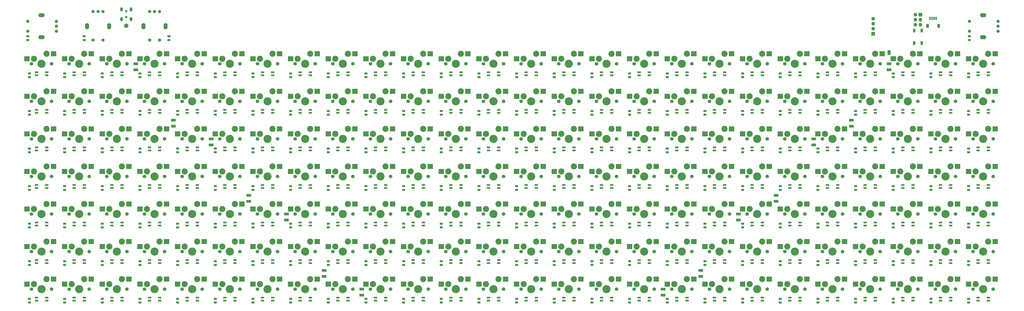
<source format=gbr>
G04 #@! TF.GenerationSoftware,KiCad,Pcbnew,(6.0.0-0)*
G04 #@! TF.CreationDate,2021-12-27T00:14:15+03:00*
G04 #@! TF.ProjectId,fu_keyboard,66755f6b-6579-4626-9f61-72642e6b6963,rev?*
G04 #@! TF.SameCoordinates,Original*
G04 #@! TF.FileFunction,Soldermask,Bot*
G04 #@! TF.FilePolarity,Negative*
%FSLAX46Y46*%
G04 Gerber Fmt 4.6, Leading zero omitted, Abs format (unit mm)*
G04 Created by KiCad (PCBNEW (6.0.0-0)) date 2021-12-27 00:14:15*
%MOMM*%
%LPD*%
G01*
G04 APERTURE LIST*
G04 Aperture macros list*
%AMRoundRect*
0 Rectangle with rounded corners*
0 $1 Rounding radius*
0 $2 $3 $4 $5 $6 $7 $8 $9 X,Y pos of 4 corners*
0 Add a 4 corners polygon primitive as box body*
4,1,4,$2,$3,$4,$5,$6,$7,$8,$9,$2,$3,0*
0 Add four circle primitives for the rounded corners*
1,1,$1+$1,$2,$3*
1,1,$1+$1,$4,$5*
1,1,$1+$1,$6,$7*
1,1,$1+$1,$8,$9*
0 Add four rect primitives between the rounded corners*
20,1,$1+$1,$2,$3,$4,$5,0*
20,1,$1+$1,$4,$5,$6,$7,0*
20,1,$1+$1,$6,$7,$8,$9,0*
20,1,$1+$1,$8,$9,$2,$3,0*%
%AMFreePoly0*
4,1,37,0.536062,0.786062,0.551000,0.750000,0.551000,-0.750000,0.536062,-0.786062,0.500000,-0.801000,0.000000,-0.801000,-0.012525,-0.795812,-0.080875,-0.794559,-0.095149,-0.792248,-0.230464,-0.749973,-0.243516,-0.743747,-0.361526,-0.665192,-0.372306,-0.655554,-0.463526,-0.547035,-0.471167,-0.534759,-0.528262,-0.405000,-0.532150,-0.391073,-0.549733,-0.256613,-0.548336,-0.256430,-0.551000,-0.250000,
-0.551000,0.250000,-0.550512,0.251179,-0.550356,0.263956,-0.528545,0.404033,-0.524317,0.417860,-0.464069,0.546185,-0.456130,0.558271,-0.362286,0.664529,-0.351274,0.673901,-0.231379,0.749549,-0.218180,0.755454,-0.081873,0.794411,-0.067546,0.796373,-0.011990,0.796033,0.000000,0.801000,0.500000,0.801000,0.536062,0.786062,0.536062,0.786062,$1*%
%AMFreePoly1*
4,1,37,0.012349,0.795885,0.074216,0.795507,0.088518,0.793370,0.224339,0.752751,0.237465,0.746685,0.356427,0.669578,0.367324,0.660073,0.459862,0.552676,0.467652,0.540494,0.526329,0.411442,0.530388,0.397563,0.550485,0.257230,0.551000,0.250000,0.551000,-0.250000,0.550996,-0.250622,0.550847,-0.262838,0.550144,-0.270677,0.526624,-0.410478,0.522228,-0.424254,0.460416,-0.551833,
0.452330,-0.563821,0.357195,-0.668925,0.346069,-0.678161,0.225259,-0.752338,0.211989,-0.758081,0.075216,-0.795370,0.060866,-0.797157,0.011464,-0.796251,0.000000,-0.801000,-0.500000,-0.801000,-0.536062,-0.786062,-0.551000,-0.750000,-0.551000,0.750000,-0.536062,0.786062,-0.500000,0.801000,0.000000,0.801000,0.012349,0.795885,0.012349,0.795885,$1*%
G04 Aperture macros list end*
%ADD10O,1.302000X2.102000*%
%ADD11C,2.202000*%
%ADD12C,1.202000*%
%ADD13C,1.602000*%
%ADD14O,3.102000X2.102000*%
%ADD15O,2.102000X3.102000*%
%ADD16RoundRect,0.051000X-0.850000X-0.850000X0.850000X-0.850000X0.850000X0.850000X-0.850000X0.850000X0*%
%ADD17O,1.802000X1.802000*%
%ADD18RoundRect,0.133000X0.718000X-0.328000X0.718000X0.328000X-0.718000X0.328000X-0.718000X-0.328000X0*%
%ADD19RoundRect,0.133000X-0.718000X0.328000X-0.718000X-0.328000X0.718000X-0.328000X0.718000X0.328000X0*%
%ADD20C,1.802000*%
%ADD21C,3.102000*%
%ADD22C,4.102000*%
%ADD23C,1.302000*%
%ADD24RoundRect,0.051000X1.275000X1.250000X-1.275000X1.250000X-1.275000X-1.250000X1.275000X-1.250000X0*%
%ADD25RoundRect,0.051000X0.850000X0.850000X-0.850000X0.850000X-0.850000X-0.850000X0.850000X-0.850000X0*%
%ADD26RoundRect,0.051000X-0.500000X0.850000X-0.500000X-0.850000X0.500000X-0.850000X0.500000X0.850000X0*%
%ADD27RoundRect,0.294750X0.456250X-0.243750X0.456250X0.243750X-0.456250X0.243750X-0.456250X-0.243750X0*%
%ADD28RoundRect,0.301000X-0.925000X0.412500X-0.925000X-0.412500X0.925000X-0.412500X0.925000X0.412500X0*%
%ADD29FreePoly0,90.000000*%
%ADD30FreePoly1,90.000000*%
%ADD31RoundRect,0.201000X0.150000X0.625000X-0.150000X0.625000X-0.150000X-0.625000X0.150000X-0.625000X0*%
%ADD32RoundRect,0.301000X0.350000X0.650000X-0.350000X0.650000X-0.350000X-0.650000X0.350000X-0.650000X0*%
G04 APERTURE END LIST*
D10*
X78512500Y-34555000D03*
X83412500Y-29555000D03*
X83412500Y-34555000D03*
X78512500Y-29555000D03*
D11*
X80962500Y-37855000D03*
D12*
X80962500Y-33455000D03*
X80962500Y-30455000D03*
D13*
X45600000Y-40600000D03*
X45600000Y-35600000D03*
X45600000Y-38100000D03*
D14*
X38100000Y-32500000D03*
X38100000Y-43700000D03*
D13*
X31100000Y-35600000D03*
X31100000Y-40600000D03*
X69175000Y-30600000D03*
X64175000Y-30600000D03*
X66675000Y-30600000D03*
D15*
X61075000Y-38100000D03*
X72275000Y-38100000D03*
D13*
X64175000Y-45100000D03*
X69175000Y-45100000D03*
X97750000Y-30600000D03*
X92750000Y-30600000D03*
X95250000Y-30600000D03*
D15*
X89650000Y-38100000D03*
X100850000Y-38100000D03*
D13*
X92750000Y-45100000D03*
X97750000Y-45100000D03*
X521850000Y-40600000D03*
X521850000Y-35600000D03*
X521850000Y-38100000D03*
D14*
X514350000Y-32500000D03*
X514350000Y-43700000D03*
D13*
X507350000Y-35600000D03*
X507350000Y-40600000D03*
D16*
X458724000Y-41910000D03*
D17*
X458724000Y-39370000D03*
X458724000Y-36830000D03*
X458724000Y-34290000D03*
D18*
X231200000Y-158230000D03*
X231200000Y-156730000D03*
X226000000Y-156730000D03*
X226000000Y-158230000D03*
X231200000Y-82030000D03*
X231200000Y-80530000D03*
X226000000Y-80530000D03*
X226000000Y-82030000D03*
D19*
X149800000Y-175779999D03*
X149800000Y-177279999D03*
X155000000Y-177279999D03*
X155000000Y-175779999D03*
X473650000Y-175779999D03*
X473650000Y-177279999D03*
X478850000Y-177279999D03*
X478850000Y-175779999D03*
D18*
X174050000Y-120130000D03*
X174050000Y-118630000D03*
X168850000Y-118630000D03*
X168850000Y-120130000D03*
X497900000Y-158230000D03*
X497900000Y-156730000D03*
X492700000Y-156730000D03*
X492700000Y-158230000D03*
X364550000Y-158230000D03*
X364550000Y-156730000D03*
X359350000Y-156730000D03*
X359350000Y-158230000D03*
X288350000Y-120130000D03*
X288350000Y-118630000D03*
X283150000Y-118630000D03*
X283150000Y-120130000D03*
D19*
X54550000Y-99579999D03*
X54550000Y-101079999D03*
X59750000Y-101079999D03*
X59750000Y-99579999D03*
X73600000Y-99579999D03*
X73600000Y-101079999D03*
X78800000Y-101079999D03*
X78800000Y-99579999D03*
X264100000Y-99579999D03*
X264100000Y-101079999D03*
X269300000Y-101079999D03*
X269300000Y-99579999D03*
X321250000Y-175779999D03*
X321250000Y-177279999D03*
X326450000Y-177279999D03*
X326450000Y-175779999D03*
X283150000Y-99579999D03*
X283150000Y-101079999D03*
X288350000Y-101079999D03*
X288350000Y-99579999D03*
X454600000Y-137679999D03*
X454600000Y-139179999D03*
X459800000Y-139179999D03*
X459800000Y-137679999D03*
X340300000Y-175779999D03*
X340300000Y-177279999D03*
X345500000Y-177279999D03*
X345500000Y-175779999D03*
X378400000Y-137679999D03*
X378400000Y-139179999D03*
X383600000Y-139179999D03*
X383600000Y-137679999D03*
X264100000Y-61479999D03*
X264100000Y-62979999D03*
X269300000Y-62979999D03*
X269300000Y-61479999D03*
D18*
X326450000Y-158230000D03*
X326450000Y-156730000D03*
X321250000Y-156730000D03*
X321250000Y-158230000D03*
X135950000Y-120130000D03*
X135950000Y-118630000D03*
X130750000Y-118630000D03*
X130750000Y-120130000D03*
D19*
X35500000Y-118629999D03*
X35500000Y-120129999D03*
X40700000Y-120129999D03*
X40700000Y-118629999D03*
X149800000Y-137679999D03*
X149800000Y-139179999D03*
X155000000Y-139179999D03*
X155000000Y-137679999D03*
D18*
X421700000Y-158217999D03*
X421700000Y-156717999D03*
X416500000Y-156717999D03*
X416500000Y-158217999D03*
X174050000Y-82030000D03*
X174050000Y-80530000D03*
X168850000Y-80530000D03*
X168850000Y-82030000D03*
D19*
X435550000Y-137679999D03*
X435550000Y-139179999D03*
X440750000Y-139179999D03*
X440750000Y-137679999D03*
X397450000Y-175779999D03*
X397450000Y-177279999D03*
X402650000Y-177279999D03*
X402650000Y-175779999D03*
D18*
X459800000Y-120130000D03*
X459800000Y-118630000D03*
X454600000Y-118630000D03*
X454600000Y-120130000D03*
D19*
X473650000Y-137679999D03*
X473650000Y-139179999D03*
X478850000Y-139179999D03*
X478850000Y-137679999D03*
D18*
X364550000Y-120130000D03*
X364550000Y-118630000D03*
X359350000Y-118630000D03*
X359350000Y-120130000D03*
D19*
X492700000Y-61479999D03*
X492700000Y-62979999D03*
X497900000Y-62979999D03*
X497900000Y-61479999D03*
D18*
X269300000Y-82030000D03*
X269300000Y-80530000D03*
X264100000Y-80530000D03*
X264100000Y-82030000D03*
X212150000Y-82030000D03*
X212150000Y-80530000D03*
X206950000Y-80530000D03*
X206950000Y-82030000D03*
X288350000Y-158230000D03*
X288350000Y-156730000D03*
X283150000Y-156730000D03*
X283150000Y-158230000D03*
X212150000Y-120130000D03*
X212150000Y-118630000D03*
X206950000Y-118630000D03*
X206950000Y-120130000D03*
X516950000Y-120130000D03*
X516950000Y-118630000D03*
X511750000Y-118630000D03*
X511750000Y-120130000D03*
D19*
X435550000Y-175779999D03*
X435550000Y-177279999D03*
X440750000Y-177279999D03*
X440750000Y-175779999D03*
D18*
X307400000Y-158230000D03*
X307400000Y-156730000D03*
X302200000Y-156730000D03*
X302200000Y-158230000D03*
X497900000Y-82030000D03*
X497900000Y-80530000D03*
X492700000Y-80530000D03*
X492700000Y-82030000D03*
D19*
X187900000Y-61479999D03*
X187900000Y-62979999D03*
X193100000Y-62979999D03*
X193100000Y-61479999D03*
D18*
X383600000Y-120130000D03*
X383600000Y-118630000D03*
X378400000Y-118630000D03*
X378400000Y-120130000D03*
X459800000Y-82030000D03*
X459800000Y-80530000D03*
X454600000Y-80530000D03*
X454600000Y-82030000D03*
X345500000Y-158230000D03*
X345500000Y-156730000D03*
X340300000Y-156730000D03*
X340300000Y-158230000D03*
D19*
X435550000Y-61479999D03*
X435550000Y-62979999D03*
X440750000Y-62979999D03*
X440750000Y-61479999D03*
X359350000Y-175779999D03*
X359350000Y-177279999D03*
X364550000Y-177279999D03*
X364550000Y-175779999D03*
X397450000Y-61479999D03*
X397450000Y-62979999D03*
X402650000Y-62979999D03*
X402650000Y-61479999D03*
X511750000Y-61479999D03*
X511750000Y-62979999D03*
X516950000Y-62979999D03*
X516950000Y-61479999D03*
X226000000Y-61479999D03*
X226000000Y-62979999D03*
X231200000Y-62979999D03*
X231200000Y-61479999D03*
X206950000Y-99579999D03*
X206950000Y-101079999D03*
X212150000Y-101079999D03*
X212150000Y-99579999D03*
D18*
X478850000Y-158230000D03*
X478850000Y-156730000D03*
X473650000Y-156730000D03*
X473650000Y-158230000D03*
D19*
X473650000Y-99579999D03*
X473650000Y-101079999D03*
X478850000Y-101079999D03*
X478850000Y-99579999D03*
X226000000Y-137679999D03*
X226000000Y-139179999D03*
X231200000Y-139179999D03*
X231200000Y-137679999D03*
X92650000Y-99579999D03*
X92650000Y-101079999D03*
X97850000Y-101079999D03*
X97850000Y-99579999D03*
D18*
X269300000Y-158230000D03*
X269300000Y-156730000D03*
X264100000Y-156730000D03*
X264100000Y-158230000D03*
D19*
X92650000Y-175779999D03*
X92650000Y-177279999D03*
X97850000Y-177279999D03*
X97850000Y-175779999D03*
X111700000Y-99579999D03*
X111700000Y-101079999D03*
X116900000Y-101079999D03*
X116900000Y-99579999D03*
D18*
X402650000Y-158230000D03*
X402650000Y-156730000D03*
X397450000Y-156730000D03*
X397450000Y-158230000D03*
X193100000Y-158230000D03*
X193100000Y-156730000D03*
X187900000Y-156730000D03*
X187900000Y-158230000D03*
D19*
X187900000Y-99579999D03*
X187900000Y-101079999D03*
X193100000Y-101079999D03*
X193100000Y-99579999D03*
D18*
X155000000Y-158230000D03*
X155000000Y-156730000D03*
X149800000Y-156730000D03*
X149800000Y-158230000D03*
X116900000Y-120130000D03*
X116900000Y-118630000D03*
X111700000Y-118630000D03*
X111700000Y-120130000D03*
D19*
X511750000Y-175779999D03*
X511750000Y-177279999D03*
X516950000Y-177279999D03*
X516950000Y-175779999D03*
D18*
X212150000Y-158230000D03*
X212150000Y-156730000D03*
X206950000Y-156730000D03*
X206950000Y-158230000D03*
X288350000Y-82030000D03*
X288350000Y-80530000D03*
X283150000Y-80530000D03*
X283150000Y-82030000D03*
D19*
X492700000Y-137679999D03*
X492700000Y-139179999D03*
X497900000Y-139179999D03*
X497900000Y-137679999D03*
X416500000Y-61479999D03*
X416500000Y-62979999D03*
X421700000Y-62979999D03*
X421700000Y-61479999D03*
X149800000Y-61479999D03*
X149800000Y-62979999D03*
X155000000Y-62979999D03*
X155000000Y-61479999D03*
D18*
X459800000Y-158230000D03*
X459800000Y-156730000D03*
X454600000Y-156730000D03*
X454600000Y-158230000D03*
D19*
X168850000Y-137679999D03*
X168850000Y-139179999D03*
X174050000Y-139179999D03*
X174050000Y-137679999D03*
X245050000Y-175779999D03*
X245050000Y-177279999D03*
X250250000Y-177279999D03*
X250250000Y-175779999D03*
X321250000Y-137679999D03*
X321250000Y-139179999D03*
X326450000Y-139179999D03*
X326450000Y-137679999D03*
X168850000Y-99579999D03*
X168850000Y-101079999D03*
X174050000Y-101079999D03*
X174050000Y-99579999D03*
D18*
X402650000Y-82030000D03*
X402650000Y-80530000D03*
X397450000Y-80530000D03*
X397450000Y-82030000D03*
D19*
X359350000Y-61479999D03*
X359350000Y-62979999D03*
X364550000Y-62979999D03*
X364550000Y-61479999D03*
D18*
X97850000Y-120130000D03*
X97850000Y-118630000D03*
X92650000Y-118630000D03*
X92650000Y-120130000D03*
X307400000Y-120130000D03*
X307400000Y-118630000D03*
X302200000Y-118630000D03*
X302200000Y-120130000D03*
D19*
X245050000Y-61479999D03*
X245050000Y-62979999D03*
X250250000Y-62979999D03*
X250250000Y-61479999D03*
X111700000Y-61479999D03*
X111700000Y-62979999D03*
X116900000Y-62979999D03*
X116900000Y-61479999D03*
X73600000Y-61479999D03*
X73600000Y-62979999D03*
X78800000Y-62979999D03*
X78800000Y-61479999D03*
X35500000Y-175779999D03*
X35500000Y-177279999D03*
X40700000Y-177279999D03*
X40700000Y-175779999D03*
X416500000Y-175779999D03*
X416500000Y-177279999D03*
X421700000Y-177279999D03*
X421700000Y-175779999D03*
D18*
X250250000Y-120130000D03*
X250250000Y-118630000D03*
X245050000Y-118630000D03*
X245050000Y-120130000D03*
X135950000Y-158230000D03*
X135950000Y-156730000D03*
X130750000Y-156730000D03*
X130750000Y-158230000D03*
X345500000Y-82030000D03*
X345500000Y-80530000D03*
X340300000Y-80530000D03*
X340300000Y-82030000D03*
X516950000Y-139180000D03*
X516950000Y-137680000D03*
X511750000Y-137680000D03*
X511750000Y-139180000D03*
X516950000Y-101080000D03*
X516950000Y-99580000D03*
X511750000Y-99580000D03*
X511750000Y-101080000D03*
D19*
X187900000Y-175779999D03*
X187900000Y-177279999D03*
X193100000Y-177279999D03*
X193100000Y-175779999D03*
X35500000Y-61479999D03*
X35500000Y-62979999D03*
X40700000Y-62979999D03*
X40700000Y-61479999D03*
X54550000Y-137679999D03*
X54550000Y-139179999D03*
X59750000Y-139179999D03*
X59750000Y-137679999D03*
D18*
X421700000Y-120130000D03*
X421700000Y-118630000D03*
X416500000Y-118630000D03*
X416500000Y-120130000D03*
D19*
X168850000Y-175779999D03*
X168850000Y-177279999D03*
X174050000Y-177279999D03*
X174050000Y-175779999D03*
X264100000Y-137679999D03*
X264100000Y-139179999D03*
X269300000Y-139179999D03*
X269300000Y-137679999D03*
D18*
X516950000Y-158230000D03*
X516950000Y-156730000D03*
X511750000Y-156730000D03*
X511750000Y-158230000D03*
X116900000Y-82030000D03*
X116900000Y-80530000D03*
X111700000Y-80530000D03*
X111700000Y-82030000D03*
X231200000Y-120130000D03*
X231200000Y-118630000D03*
X226000000Y-118630000D03*
X226000000Y-120130000D03*
D19*
X168850000Y-61479999D03*
X168850000Y-62979999D03*
X174050000Y-62979999D03*
X174050000Y-61479999D03*
X149800000Y-99579999D03*
X149800000Y-101079999D03*
X155000000Y-101079999D03*
X155000000Y-99579999D03*
X473650000Y-61479999D03*
X473650000Y-62979999D03*
X478850000Y-62979999D03*
X478850000Y-61479999D03*
X397450000Y-137679999D03*
X397450000Y-139179999D03*
X402650000Y-139179999D03*
X402650000Y-137679999D03*
D18*
X478850000Y-120130000D03*
X478850000Y-118630000D03*
X473650000Y-118630000D03*
X473650000Y-120130000D03*
D19*
X111700000Y-175779999D03*
X111700000Y-177279999D03*
X116900000Y-177279999D03*
X116900000Y-175779999D03*
X206950000Y-61479999D03*
X206950000Y-62979999D03*
X212150000Y-62979999D03*
X212150000Y-61479999D03*
D18*
X402650000Y-120130000D03*
X402650000Y-118630000D03*
X397450000Y-118630000D03*
X397450000Y-120130000D03*
X193100000Y-82030000D03*
X193100000Y-80530000D03*
X187900000Y-80530000D03*
X187900000Y-82030000D03*
D19*
X397450000Y-99579999D03*
X397450000Y-101079999D03*
X402650000Y-101079999D03*
X402650000Y-99579999D03*
D18*
X59750000Y-158230000D03*
X59750000Y-156730000D03*
X54550000Y-156730000D03*
X54550000Y-158230000D03*
D19*
X226000000Y-99579999D03*
X226000000Y-101079999D03*
X231200000Y-101079999D03*
X231200000Y-99579999D03*
X35500000Y-137679999D03*
X35500000Y-139179999D03*
X40700000Y-139179999D03*
X40700000Y-137679999D03*
X283150000Y-61479999D03*
X283150000Y-62979999D03*
X288350000Y-62979999D03*
X288350000Y-61479999D03*
D18*
X250250000Y-158230000D03*
X250250000Y-156730000D03*
X245050000Y-156730000D03*
X245050000Y-158230000D03*
D19*
X416500000Y-99579999D03*
X416500000Y-101079999D03*
X421700000Y-101079999D03*
X421700000Y-99579999D03*
X492700000Y-175779999D03*
X492700000Y-177279999D03*
X497900000Y-177279999D03*
X497900000Y-175779999D03*
D18*
X250250000Y-82030000D03*
X250250000Y-80530000D03*
X245050000Y-80530000D03*
X245050000Y-82030000D03*
D19*
X35500000Y-156729999D03*
X35500000Y-158229999D03*
X40700000Y-158229999D03*
X40700000Y-156729999D03*
D18*
X78800000Y-158230000D03*
X78800000Y-156730000D03*
X73600000Y-156730000D03*
X73600000Y-158230000D03*
X383600000Y-82030000D03*
X383600000Y-80530000D03*
X378400000Y-80530000D03*
X378400000Y-82030000D03*
X345500000Y-120130000D03*
X345500000Y-118630000D03*
X340300000Y-118630000D03*
X340300000Y-120130000D03*
X155000000Y-120130000D03*
X155000000Y-118630000D03*
X149800000Y-118630000D03*
X149800000Y-120130000D03*
D19*
X378400000Y-61479999D03*
X378400000Y-62979999D03*
X383600000Y-62979999D03*
X383600000Y-61479999D03*
D18*
X383600000Y-158230000D03*
X383600000Y-156730000D03*
X378400000Y-156730000D03*
X378400000Y-158230000D03*
D19*
X73600000Y-137679999D03*
X73600000Y-139179999D03*
X78800000Y-139179999D03*
X78800000Y-137679999D03*
X264100000Y-175779999D03*
X264100000Y-177279999D03*
X269300000Y-177279999D03*
X269300000Y-175779999D03*
D18*
X440750000Y-158230000D03*
X440750000Y-156730000D03*
X435550000Y-156730000D03*
X435550000Y-158230000D03*
D19*
X283150000Y-175779999D03*
X283150000Y-177279999D03*
X288350000Y-177279999D03*
X288350000Y-175779999D03*
X283150000Y-137679999D03*
X283150000Y-139179999D03*
X288350000Y-139179999D03*
X288350000Y-137679999D03*
X302200000Y-99579999D03*
X302200000Y-101079999D03*
X307400000Y-101079999D03*
X307400000Y-99579999D03*
X54550000Y-175779999D03*
X54550000Y-177279999D03*
X59750000Y-177279999D03*
X59750000Y-175779999D03*
X130750000Y-99579999D03*
X130750000Y-101079999D03*
X135950000Y-101079999D03*
X135950000Y-99579999D03*
D18*
X497900000Y-120130000D03*
X497900000Y-118630000D03*
X492700000Y-118630000D03*
X492700000Y-120130000D03*
D19*
X206950000Y-175779999D03*
X206950000Y-177279999D03*
X212150000Y-177279999D03*
X212150000Y-175779999D03*
X340300000Y-137679999D03*
X340300000Y-139179999D03*
X345500000Y-139179999D03*
X345500000Y-137679999D03*
X245050000Y-99579999D03*
X245050000Y-101079999D03*
X250250000Y-101079999D03*
X250250000Y-99579999D03*
D18*
X269300000Y-120130000D03*
X269300000Y-118630000D03*
X264100000Y-118630000D03*
X264100000Y-120130000D03*
X155000000Y-82030000D03*
X155000000Y-80530000D03*
X149800000Y-80530000D03*
X149800000Y-82030000D03*
D19*
X359350000Y-137679999D03*
X359350000Y-139179999D03*
X364550000Y-139179999D03*
X364550000Y-137679999D03*
X492700000Y-99579999D03*
X492700000Y-101079999D03*
X497900000Y-101079999D03*
X497900000Y-99579999D03*
D18*
X97850000Y-158230000D03*
X97850000Y-156730000D03*
X92650000Y-156730000D03*
X92650000Y-158230000D03*
X364550000Y-82030000D03*
X364550000Y-80530000D03*
X359350000Y-80530000D03*
X359350000Y-82030000D03*
D19*
X340300000Y-99579999D03*
X340300000Y-101079999D03*
X345500000Y-101079999D03*
X345500000Y-99579999D03*
X92650000Y-61479999D03*
X92650000Y-62979999D03*
X97850000Y-62979999D03*
X97850000Y-61479999D03*
D18*
X478850000Y-82030000D03*
X478850000Y-80530000D03*
X473650000Y-80530000D03*
X473650000Y-82030000D03*
D19*
X454600000Y-175779999D03*
X454600000Y-177279999D03*
X459800000Y-177279999D03*
X459800000Y-175779999D03*
X454600000Y-61479999D03*
X454600000Y-62979999D03*
X459800000Y-62979999D03*
X459800000Y-61479999D03*
X35500000Y-99579999D03*
X35500000Y-101079999D03*
X40700000Y-101079999D03*
X40700000Y-99579999D03*
D18*
X40700000Y-82030000D03*
X40700000Y-80530000D03*
X35500000Y-80530000D03*
X35500000Y-82030000D03*
X59750000Y-120130000D03*
X59750000Y-118630000D03*
X54550000Y-118630000D03*
X54550000Y-120130000D03*
D19*
X454600000Y-99579999D03*
X454600000Y-101079999D03*
X459800000Y-101079999D03*
X459800000Y-99579999D03*
X416500000Y-137679999D03*
X416500000Y-139179999D03*
X421700000Y-139179999D03*
X421700000Y-137679999D03*
X435550000Y-99579999D03*
X435550000Y-101079999D03*
X440750000Y-101079999D03*
X440750000Y-99579999D03*
X73600000Y-175779999D03*
X73600000Y-177279999D03*
X78800000Y-177279999D03*
X78800000Y-175779999D03*
X302200000Y-175779999D03*
X302200000Y-177279999D03*
X307400000Y-177279999D03*
X307400000Y-175779999D03*
X321250000Y-61479999D03*
X321250000Y-62979999D03*
X326450000Y-62979999D03*
X326450000Y-61479999D03*
D18*
X135950000Y-82030000D03*
X135950000Y-80530000D03*
X130750000Y-80530000D03*
X130750000Y-82030000D03*
D19*
X359350000Y-99579999D03*
X359350000Y-101079999D03*
X364550000Y-101079999D03*
X364550000Y-99579999D03*
X130750000Y-175779999D03*
X130750000Y-177279999D03*
X135950000Y-177279999D03*
X135950000Y-175779999D03*
X130750000Y-137679999D03*
X130750000Y-139179999D03*
X135950000Y-139179999D03*
X135950000Y-137679999D03*
D18*
X326450000Y-82030000D03*
X326450000Y-80530000D03*
X321250000Y-80530000D03*
X321250000Y-82030000D03*
D19*
X378400000Y-99579999D03*
X378400000Y-101079999D03*
X383600000Y-101079999D03*
X383600000Y-99579999D03*
D18*
X193100000Y-120130000D03*
X193100000Y-118630000D03*
X187900000Y-118630000D03*
X187900000Y-120130000D03*
D19*
X54550000Y-61479999D03*
X54550000Y-62979999D03*
X59750000Y-62979999D03*
X59750000Y-61479999D03*
X130750000Y-61479999D03*
X130750000Y-62979999D03*
X135950000Y-62979999D03*
X135950000Y-61479999D03*
D18*
X326450000Y-120130000D03*
X326450000Y-118630000D03*
X321250000Y-118630000D03*
X321250000Y-120130000D03*
X440750000Y-120130000D03*
X440750000Y-118630000D03*
X435550000Y-118630000D03*
X435550000Y-120130000D03*
D19*
X378400000Y-175779999D03*
X378400000Y-177279999D03*
X383600000Y-177279999D03*
X383600000Y-175779999D03*
D18*
X307400000Y-82030000D03*
X307400000Y-80530000D03*
X302200000Y-80530000D03*
X302200000Y-82030000D03*
D19*
X245050000Y-137679999D03*
X245050000Y-139179999D03*
X250250000Y-139179999D03*
X250250000Y-137679999D03*
X302200000Y-137679999D03*
X302200000Y-139179999D03*
X307400000Y-139179999D03*
X307400000Y-137679999D03*
X92650000Y-137679999D03*
X92650000Y-139179999D03*
X97850000Y-139179999D03*
X97850000Y-137679999D03*
D18*
X78800000Y-120130000D03*
X78800000Y-118630000D03*
X73600000Y-118630000D03*
X73600000Y-120130000D03*
D19*
X226000000Y-175779999D03*
X226000000Y-177279999D03*
X231200000Y-177279999D03*
X231200000Y-175779999D03*
X340300000Y-61479999D03*
X340300000Y-62979999D03*
X345500000Y-62979999D03*
X345500000Y-61479999D03*
D18*
X78800000Y-82030000D03*
X78800000Y-80530000D03*
X73600000Y-80530000D03*
X73600000Y-82030000D03*
X97850000Y-82030000D03*
X97850000Y-80530000D03*
X92650000Y-80530000D03*
X92650000Y-82030000D03*
X59750000Y-82030000D03*
X59750000Y-80530000D03*
X54550000Y-80530000D03*
X54550000Y-82030000D03*
X174050000Y-158230000D03*
X174050000Y-156730000D03*
X168850000Y-156730000D03*
X168850000Y-158230000D03*
D19*
X321250000Y-99579999D03*
X321250000Y-101079999D03*
X326450000Y-101079999D03*
X326450000Y-99579999D03*
D18*
X440750000Y-82030000D03*
X440750000Y-80530000D03*
X435550000Y-80530000D03*
X435550000Y-82030000D03*
X116900000Y-158230000D03*
X116900000Y-156730000D03*
X111700000Y-156730000D03*
X111700000Y-158230000D03*
X516950000Y-82030000D03*
X516950000Y-80530000D03*
X511750000Y-80530000D03*
X511750000Y-82030000D03*
D19*
X187900000Y-137679999D03*
X187900000Y-139179999D03*
X193100000Y-139179999D03*
X193100000Y-137679999D03*
X206950000Y-137679999D03*
X206950000Y-139179999D03*
X212150000Y-139179999D03*
X212150000Y-137679999D03*
D18*
X421700000Y-82030000D03*
X421700000Y-80530000D03*
X416500000Y-80530000D03*
X416500000Y-82030000D03*
D19*
X302200000Y-61479999D03*
X302200000Y-62979999D03*
X307400000Y-62979999D03*
X307400000Y-61479999D03*
X111700000Y-137679999D03*
X111700000Y-139179999D03*
X116900000Y-139179999D03*
X116900000Y-137679999D03*
D20*
X43180000Y-57150000D03*
D21*
X40640000Y-52070000D03*
X34290000Y-54610000D03*
D22*
X38100000Y-57150000D03*
D20*
X33020000Y-57150000D03*
D23*
X30740000Y-54610000D03*
D24*
X30740000Y-54610000D03*
X44190000Y-52070000D03*
D23*
X44190000Y-52070000D03*
D21*
X53340000Y-54610000D03*
D20*
X52070000Y-57150000D03*
D21*
X59690000Y-52070000D03*
D22*
X57150000Y-57150000D03*
D20*
X62230000Y-57150000D03*
D23*
X49790000Y-54610000D03*
D24*
X49790000Y-54610000D03*
X63240000Y-52070000D03*
D23*
X63240000Y-52070000D03*
D22*
X76200000Y-57150000D03*
D20*
X71120000Y-57150000D03*
D21*
X78740000Y-52070000D03*
D20*
X81280000Y-57150000D03*
D21*
X72390000Y-54610000D03*
D24*
X68840000Y-54610000D03*
D23*
X68840000Y-54610000D03*
D24*
X82290000Y-52070000D03*
D23*
X82290000Y-52070000D03*
D22*
X95250000Y-57150000D03*
D21*
X97790000Y-52070000D03*
D20*
X100330000Y-57150000D03*
D21*
X91440000Y-54610000D03*
D20*
X90170000Y-57150000D03*
D23*
X87890000Y-54610000D03*
D24*
X87890000Y-54610000D03*
X101340000Y-52070000D03*
D23*
X101340000Y-52070000D03*
D21*
X110490000Y-54610000D03*
D22*
X114300000Y-57150000D03*
D21*
X116840000Y-52070000D03*
D20*
X109220000Y-57150000D03*
X119380000Y-57150000D03*
D24*
X106940000Y-54610000D03*
D23*
X106940000Y-54610000D03*
X120390000Y-52070000D03*
D24*
X120390000Y-52070000D03*
D21*
X135890000Y-52070000D03*
D22*
X133350000Y-57150000D03*
D21*
X129540000Y-54610000D03*
D20*
X138430000Y-57150000D03*
X128270000Y-57150000D03*
D23*
X125990000Y-54610000D03*
D24*
X125990000Y-54610000D03*
D23*
X139440000Y-52070000D03*
D24*
X139440000Y-52070000D03*
D20*
X147320000Y-57150000D03*
X157480000Y-57150000D03*
D21*
X154940000Y-52070000D03*
D22*
X152400000Y-57150000D03*
D21*
X148590000Y-54610000D03*
D24*
X145040000Y-54610000D03*
D23*
X145040000Y-54610000D03*
D24*
X158490000Y-52070000D03*
D23*
X158490000Y-52070000D03*
D20*
X166370000Y-57150000D03*
X176530000Y-57150000D03*
D21*
X173990000Y-52070000D03*
X167640000Y-54610000D03*
D22*
X171450000Y-57150000D03*
D23*
X164090000Y-54610000D03*
D24*
X164090000Y-54610000D03*
D23*
X177540000Y-52070000D03*
D24*
X177540000Y-52070000D03*
D22*
X190500000Y-57150000D03*
D21*
X193040000Y-52070000D03*
X186690000Y-54610000D03*
D20*
X185420000Y-57150000D03*
X195580000Y-57150000D03*
D23*
X183140000Y-54610000D03*
D24*
X183140000Y-54610000D03*
D23*
X196590000Y-52070000D03*
D24*
X196590000Y-52070000D03*
D20*
X204470000Y-57150000D03*
D22*
X209550000Y-57150000D03*
D21*
X212090000Y-52070000D03*
D20*
X214630000Y-57150000D03*
D21*
X205740000Y-54610000D03*
D23*
X202190000Y-54610000D03*
D24*
X202190000Y-54610000D03*
D23*
X215640000Y-52070000D03*
D24*
X215640000Y-52070000D03*
D20*
X223520000Y-57150000D03*
D22*
X228600000Y-57150000D03*
D20*
X233680000Y-57150000D03*
D21*
X224790000Y-54610000D03*
X231140000Y-52070000D03*
D23*
X221240000Y-54610000D03*
D24*
X221240000Y-54610000D03*
D23*
X234690000Y-52070000D03*
D24*
X234690000Y-52070000D03*
D20*
X242570000Y-57150000D03*
X252730000Y-57150000D03*
D21*
X243840000Y-54610000D03*
D22*
X247650000Y-57150000D03*
D21*
X250190000Y-52070000D03*
D24*
X240290000Y-54610000D03*
D23*
X240290000Y-54610000D03*
X253740000Y-52070000D03*
D24*
X253740000Y-52070000D03*
D22*
X266700000Y-57150000D03*
D20*
X271780000Y-57150000D03*
X261620000Y-57150000D03*
D21*
X262890000Y-54610000D03*
X269240000Y-52070000D03*
D24*
X259340000Y-54610000D03*
D23*
X259340000Y-54610000D03*
D24*
X272790000Y-52070000D03*
D23*
X272790000Y-52070000D03*
D20*
X290830000Y-57150000D03*
X280670000Y-57150000D03*
D21*
X288290000Y-52070000D03*
X281940000Y-54610000D03*
D22*
X285750000Y-57150000D03*
D24*
X278390000Y-54610000D03*
D23*
X278390000Y-54610000D03*
X291840000Y-52070000D03*
D24*
X291840000Y-52070000D03*
X310890000Y-52070000D03*
D23*
X310890000Y-52070000D03*
X297440000Y-54610000D03*
D24*
X297440000Y-54610000D03*
D21*
X300990000Y-54610000D03*
D20*
X299720000Y-57150000D03*
X309880000Y-57150000D03*
D22*
X304800000Y-57150000D03*
D21*
X307340000Y-52070000D03*
D24*
X329940000Y-52070000D03*
D23*
X329940000Y-52070000D03*
D24*
X316490000Y-54610000D03*
D23*
X316490000Y-54610000D03*
D21*
X320040000Y-54610000D03*
D20*
X318770000Y-57150000D03*
D22*
X323850000Y-57150000D03*
D20*
X328930000Y-57150000D03*
D21*
X326390000Y-52070000D03*
D22*
X342900000Y-57150000D03*
D20*
X337820000Y-57150000D03*
D21*
X345440000Y-52070000D03*
X339090000Y-54610000D03*
D20*
X347980000Y-57150000D03*
D24*
X335540000Y-54610000D03*
D23*
X335540000Y-54610000D03*
D24*
X348990000Y-52070000D03*
D23*
X348990000Y-52070000D03*
D21*
X364490000Y-52070000D03*
D20*
X356870000Y-57150000D03*
D21*
X358140000Y-54610000D03*
D20*
X367030000Y-57150000D03*
D22*
X361950000Y-57150000D03*
D23*
X354590000Y-54610000D03*
D24*
X354590000Y-54610000D03*
D23*
X368040000Y-52070000D03*
D24*
X368040000Y-52070000D03*
D21*
X377190000Y-54610000D03*
X383540000Y-52070000D03*
D20*
X386080000Y-57150000D03*
X375920000Y-57150000D03*
D22*
X381000000Y-57150000D03*
D23*
X373640000Y-54610000D03*
D24*
X373640000Y-54610000D03*
X387090000Y-52070000D03*
D23*
X387090000Y-52070000D03*
D20*
X405130000Y-57150000D03*
D22*
X400050000Y-57150000D03*
D20*
X394970000Y-57150000D03*
D21*
X396240000Y-54610000D03*
X402590000Y-52070000D03*
D23*
X392690000Y-54610000D03*
D24*
X392690000Y-54610000D03*
D23*
X406140000Y-52070000D03*
D24*
X406140000Y-52070000D03*
D21*
X421640000Y-52070000D03*
X415290000Y-54610000D03*
D22*
X419100000Y-57150000D03*
D20*
X424180000Y-57150000D03*
X414020000Y-57150000D03*
D23*
X411740000Y-54610000D03*
D24*
X411740000Y-54610000D03*
D23*
X425190000Y-52070000D03*
D24*
X425190000Y-52070000D03*
D21*
X440690000Y-52070000D03*
D20*
X443230000Y-57150000D03*
D22*
X438150000Y-57150000D03*
D20*
X433070000Y-57150000D03*
D21*
X434340000Y-54610000D03*
D23*
X430790000Y-54610000D03*
D24*
X430790000Y-54610000D03*
X444240000Y-52070000D03*
D23*
X444240000Y-52070000D03*
D21*
X459740000Y-52070000D03*
D22*
X457200000Y-57150000D03*
D20*
X462280000Y-57150000D03*
X452120000Y-57150000D03*
D21*
X453390000Y-54610000D03*
D24*
X449840000Y-54610000D03*
D23*
X449840000Y-54610000D03*
D24*
X463290000Y-52070000D03*
D23*
X463290000Y-52070000D03*
D21*
X472440000Y-54610000D03*
D22*
X476250000Y-57150000D03*
D20*
X481330000Y-57150000D03*
D21*
X478790000Y-52070000D03*
D20*
X471170000Y-57150000D03*
D23*
X468890000Y-54610000D03*
D24*
X468890000Y-54610000D03*
D23*
X482340000Y-52070000D03*
D24*
X482340000Y-52070000D03*
D21*
X497840000Y-52070000D03*
D20*
X500380000Y-57150000D03*
D22*
X495300000Y-57150000D03*
D20*
X490220000Y-57150000D03*
D21*
X491490000Y-54610000D03*
D24*
X487940000Y-54610000D03*
D23*
X487940000Y-54610000D03*
X501390000Y-52070000D03*
D24*
X501390000Y-52070000D03*
D21*
X516890000Y-52070000D03*
D20*
X519430000Y-57150000D03*
D21*
X510540000Y-54610000D03*
D20*
X509270000Y-57150000D03*
D22*
X514350000Y-57150000D03*
D23*
X506990000Y-54610000D03*
D24*
X506990000Y-54610000D03*
X520440000Y-52070000D03*
D23*
X520440000Y-52070000D03*
D20*
X33020000Y-76200000D03*
D21*
X34290000Y-73660000D03*
D22*
X38100000Y-76200000D03*
D21*
X40640000Y-71120000D03*
D20*
X43180000Y-76200000D03*
D23*
X30740000Y-73660000D03*
D24*
X30740000Y-73660000D03*
X44190000Y-71120000D03*
D23*
X44190000Y-71120000D03*
D21*
X59690000Y-71120000D03*
D20*
X62230000Y-76200000D03*
D21*
X53340000Y-73660000D03*
D20*
X52070000Y-76200000D03*
D22*
X57150000Y-76200000D03*
D23*
X49790000Y-73660000D03*
D24*
X49790000Y-73660000D03*
X63240000Y-71120000D03*
D23*
X63240000Y-71120000D03*
D20*
X71120000Y-76200000D03*
D22*
X76200000Y-76200000D03*
D20*
X81280000Y-76200000D03*
D21*
X78740000Y-71120000D03*
X72390000Y-73660000D03*
D24*
X68840000Y-73660000D03*
D23*
X68840000Y-73660000D03*
X82290000Y-71120000D03*
D24*
X82290000Y-71120000D03*
D20*
X90170000Y-76200000D03*
D21*
X91440000Y-73660000D03*
X97790000Y-71120000D03*
D22*
X95250000Y-76200000D03*
D20*
X100330000Y-76200000D03*
D23*
X87890000Y-73660000D03*
D24*
X87890000Y-73660000D03*
X101340000Y-71120000D03*
D23*
X101340000Y-71120000D03*
D21*
X116840000Y-71120000D03*
D22*
X114300000Y-76200000D03*
D20*
X119380000Y-76200000D03*
D21*
X110490000Y-73660000D03*
D20*
X109220000Y-76200000D03*
D23*
X106940000Y-73660000D03*
D24*
X106940000Y-73660000D03*
D23*
X120390000Y-71120000D03*
D24*
X120390000Y-71120000D03*
D22*
X133350000Y-76200000D03*
D20*
X128270000Y-76200000D03*
D21*
X129540000Y-73660000D03*
X135890000Y-71120000D03*
D20*
X138430000Y-76200000D03*
D24*
X125990000Y-73660000D03*
D23*
X125990000Y-73660000D03*
D24*
X139440000Y-71120000D03*
D23*
X139440000Y-71120000D03*
D20*
X157480000Y-76200000D03*
D21*
X154940000Y-71120000D03*
D20*
X147320000Y-76200000D03*
D21*
X148590000Y-73660000D03*
D22*
X152400000Y-76200000D03*
D23*
X145040000Y-73660000D03*
D24*
X145040000Y-73660000D03*
D23*
X158490000Y-71120000D03*
D24*
X158490000Y-71120000D03*
D21*
X167640000Y-73660000D03*
D20*
X176530000Y-76200000D03*
X166370000Y-76200000D03*
D21*
X173990000Y-71120000D03*
D22*
X171450000Y-76200000D03*
D23*
X164090000Y-73660000D03*
D24*
X164090000Y-73660000D03*
D23*
X177540000Y-71120000D03*
D24*
X177540000Y-71120000D03*
D21*
X186690000Y-73660000D03*
D22*
X190500000Y-76200000D03*
D20*
X185420000Y-76200000D03*
D21*
X193040000Y-71120000D03*
D20*
X195580000Y-76200000D03*
D24*
X183140000Y-73660000D03*
D23*
X183140000Y-73660000D03*
D24*
X196590000Y-71120000D03*
D23*
X196590000Y-71120000D03*
D20*
X214630000Y-76200000D03*
D21*
X212090000Y-71120000D03*
D20*
X204470000Y-76200000D03*
D22*
X209550000Y-76200000D03*
D21*
X205740000Y-73660000D03*
D24*
X202190000Y-73660000D03*
D23*
X202190000Y-73660000D03*
X215640000Y-71120000D03*
D24*
X215640000Y-71120000D03*
D20*
X223520000Y-76200000D03*
D22*
X228600000Y-76200000D03*
D20*
X233680000Y-76200000D03*
D21*
X231140000Y-71120000D03*
X224790000Y-73660000D03*
D23*
X221240000Y-73660000D03*
D24*
X221240000Y-73660000D03*
D23*
X234690000Y-71120000D03*
D24*
X234690000Y-71120000D03*
D22*
X247650000Y-76200000D03*
D21*
X243840000Y-73660000D03*
D20*
X242570000Y-76200000D03*
X252730000Y-76200000D03*
D21*
X250190000Y-71120000D03*
D24*
X240290000Y-73660000D03*
D23*
X240290000Y-73660000D03*
X253740000Y-71120000D03*
D24*
X253740000Y-71120000D03*
D22*
X266700000Y-76200000D03*
D20*
X261620000Y-76200000D03*
X271780000Y-76200000D03*
D21*
X262890000Y-73660000D03*
X269240000Y-71120000D03*
D24*
X259340000Y-73660000D03*
D23*
X259340000Y-73660000D03*
X272790000Y-71120000D03*
D24*
X272790000Y-71120000D03*
D21*
X288290000Y-71120000D03*
D22*
X285750000Y-76200000D03*
D20*
X290830000Y-76200000D03*
D21*
X281940000Y-73660000D03*
D20*
X280670000Y-76200000D03*
D24*
X278390000Y-73660000D03*
D23*
X278390000Y-73660000D03*
X291840000Y-71120000D03*
D24*
X291840000Y-71120000D03*
D22*
X304800000Y-76200000D03*
D20*
X309880000Y-76200000D03*
D21*
X307340000Y-71120000D03*
X300990000Y-73660000D03*
D20*
X299720000Y-76200000D03*
D23*
X297440000Y-73660000D03*
D24*
X297440000Y-73660000D03*
D23*
X310890000Y-71120000D03*
D24*
X310890000Y-71120000D03*
D20*
X328930000Y-76200000D03*
X318770000Y-76200000D03*
D21*
X320040000Y-73660000D03*
X326390000Y-71120000D03*
D22*
X323850000Y-76200000D03*
D24*
X316490000Y-73660000D03*
D23*
X316490000Y-73660000D03*
D24*
X329940000Y-71120000D03*
D23*
X329940000Y-71120000D03*
D21*
X345440000Y-71120000D03*
D20*
X337820000Y-76200000D03*
D22*
X342900000Y-76200000D03*
D21*
X339090000Y-73660000D03*
D20*
X347980000Y-76200000D03*
D24*
X335540000Y-73660000D03*
D23*
X335540000Y-73660000D03*
D24*
X348990000Y-71120000D03*
D23*
X348990000Y-71120000D03*
D22*
X361950000Y-76200000D03*
D21*
X358140000Y-73660000D03*
D20*
X367030000Y-76200000D03*
D21*
X364490000Y-71120000D03*
D20*
X356870000Y-76200000D03*
D24*
X354590000Y-73660000D03*
D23*
X354590000Y-73660000D03*
X368040000Y-71120000D03*
D24*
X368040000Y-71120000D03*
D21*
X383540000Y-71120000D03*
D22*
X381000000Y-76200000D03*
D20*
X375920000Y-76200000D03*
X386080000Y-76200000D03*
D21*
X377190000Y-73660000D03*
D24*
X373640000Y-73660000D03*
D23*
X373640000Y-73660000D03*
X387090000Y-71120000D03*
D24*
X387090000Y-71120000D03*
D21*
X396240000Y-73660000D03*
X402590000Y-71120000D03*
D22*
X400050000Y-76200000D03*
D20*
X394970000Y-76200000D03*
X405130000Y-76200000D03*
D24*
X392690000Y-73660000D03*
D23*
X392690000Y-73660000D03*
D24*
X406140000Y-71120000D03*
D23*
X406140000Y-71120000D03*
D22*
X419100000Y-76200000D03*
D21*
X415290000Y-73660000D03*
X421640000Y-71120000D03*
D20*
X424180000Y-76200000D03*
X414020000Y-76200000D03*
D24*
X411740000Y-73660000D03*
D23*
X411740000Y-73660000D03*
X425190000Y-71120000D03*
D24*
X425190000Y-71120000D03*
D21*
X434340000Y-73660000D03*
D20*
X433070000Y-76200000D03*
X443230000Y-76200000D03*
D22*
X438150000Y-76200000D03*
D21*
X440690000Y-71120000D03*
D24*
X430790000Y-73660000D03*
D23*
X430790000Y-73660000D03*
D24*
X444240000Y-71120000D03*
D23*
X444240000Y-71120000D03*
D20*
X452120000Y-76200000D03*
X462280000Y-76200000D03*
D21*
X459740000Y-71120000D03*
D22*
X457200000Y-76200000D03*
D21*
X453390000Y-73660000D03*
D23*
X449840000Y-73660000D03*
D24*
X449840000Y-73660000D03*
X463290000Y-71120000D03*
D23*
X463290000Y-71120000D03*
D20*
X471170000Y-76200000D03*
D21*
X472440000Y-73660000D03*
D20*
X481330000Y-76200000D03*
D22*
X476250000Y-76200000D03*
D21*
X478790000Y-71120000D03*
D23*
X468890000Y-73660000D03*
D24*
X468890000Y-73660000D03*
X482340000Y-71120000D03*
D23*
X482340000Y-71120000D03*
D20*
X490220000Y-76200000D03*
D21*
X491490000Y-73660000D03*
X497840000Y-71120000D03*
D22*
X495300000Y-76200000D03*
D20*
X500380000Y-76200000D03*
D23*
X487940000Y-73660000D03*
D24*
X487940000Y-73660000D03*
X501390000Y-71120000D03*
D23*
X501390000Y-71120000D03*
D20*
X509270000Y-76200000D03*
X519430000Y-76200000D03*
D21*
X516890000Y-71120000D03*
D22*
X514350000Y-76200000D03*
D21*
X510540000Y-73660000D03*
D24*
X506990000Y-73660000D03*
D23*
X506990000Y-73660000D03*
X520440000Y-71120000D03*
D24*
X520440000Y-71120000D03*
D21*
X34290000Y-92710000D03*
D22*
X38100000Y-95250000D03*
D20*
X43180000Y-95250000D03*
D21*
X40640000Y-90170000D03*
D20*
X33020000Y-95250000D03*
D23*
X30740000Y-92710000D03*
D24*
X30740000Y-92710000D03*
D23*
X44190000Y-90170000D03*
D24*
X44190000Y-90170000D03*
D20*
X52070000Y-95250000D03*
D21*
X53340000Y-92710000D03*
D20*
X62230000Y-95250000D03*
D21*
X59690000Y-90170000D03*
D22*
X57150000Y-95250000D03*
D24*
X49790000Y-92710000D03*
D23*
X49790000Y-92710000D03*
X63240000Y-90170000D03*
D24*
X63240000Y-90170000D03*
D21*
X72390000Y-92710000D03*
D20*
X71120000Y-95250000D03*
X81280000Y-95250000D03*
D22*
X76200000Y-95250000D03*
D21*
X78740000Y-90170000D03*
D23*
X68840000Y-92710000D03*
D24*
X68840000Y-92710000D03*
X82290000Y-90170000D03*
D23*
X82290000Y-90170000D03*
D21*
X91440000Y-92710000D03*
D20*
X100330000Y-95250000D03*
D21*
X97790000Y-90170000D03*
D22*
X95250000Y-95250000D03*
D20*
X90170000Y-95250000D03*
D23*
X87890000Y-92710000D03*
D24*
X87890000Y-92710000D03*
D23*
X101340000Y-90170000D03*
D24*
X101340000Y-90170000D03*
D21*
X116840000Y-90170000D03*
D22*
X114300000Y-95250000D03*
D21*
X110490000Y-92710000D03*
D20*
X109220000Y-95250000D03*
X119380000Y-95250000D03*
D23*
X106940000Y-92710000D03*
D24*
X106940000Y-92710000D03*
D23*
X120390000Y-90170000D03*
D24*
X120390000Y-90170000D03*
D20*
X128270000Y-95250000D03*
D21*
X135890000Y-90170000D03*
D22*
X133350000Y-95250000D03*
D20*
X138430000Y-95250000D03*
D21*
X129540000Y-92710000D03*
D24*
X125990000Y-92710000D03*
D23*
X125990000Y-92710000D03*
X139440000Y-90170000D03*
D24*
X139440000Y-90170000D03*
D21*
X148590000Y-92710000D03*
D22*
X152400000Y-95250000D03*
D21*
X154940000Y-90170000D03*
D20*
X157480000Y-95250000D03*
X147320000Y-95250000D03*
D24*
X145040000Y-92710000D03*
D23*
X145040000Y-92710000D03*
D24*
X158490000Y-90170000D03*
D23*
X158490000Y-90170000D03*
D20*
X166370000Y-95250000D03*
X176530000Y-95250000D03*
D21*
X167640000Y-92710000D03*
X173990000Y-90170000D03*
D22*
X171450000Y-95250000D03*
D23*
X164090000Y-92710000D03*
D24*
X164090000Y-92710000D03*
X177540000Y-90170000D03*
D23*
X177540000Y-90170000D03*
D20*
X185420000Y-95250000D03*
D22*
X190500000Y-95250000D03*
D21*
X186690000Y-92710000D03*
D20*
X195580000Y-95250000D03*
D21*
X193040000Y-90170000D03*
D23*
X183140000Y-92710000D03*
D24*
X183140000Y-92710000D03*
X196590000Y-90170000D03*
D23*
X196590000Y-90170000D03*
D22*
X209550000Y-95250000D03*
D20*
X204470000Y-95250000D03*
D21*
X212090000Y-90170000D03*
D20*
X214630000Y-95250000D03*
D21*
X205740000Y-92710000D03*
D23*
X202190000Y-92710000D03*
D24*
X202190000Y-92710000D03*
D23*
X215640000Y-90170000D03*
D24*
X215640000Y-90170000D03*
D21*
X224790000Y-92710000D03*
D22*
X228600000Y-95250000D03*
D20*
X223520000Y-95250000D03*
X233680000Y-95250000D03*
D21*
X231140000Y-90170000D03*
D23*
X221240000Y-92710000D03*
D24*
X221240000Y-92710000D03*
D23*
X234690000Y-90170000D03*
D24*
X234690000Y-90170000D03*
D21*
X250190000Y-90170000D03*
D20*
X252730000Y-95250000D03*
X242570000Y-95250000D03*
D21*
X243840000Y-92710000D03*
D22*
X247650000Y-95250000D03*
D23*
X240290000Y-92710000D03*
D24*
X240290000Y-92710000D03*
X253740000Y-90170000D03*
D23*
X253740000Y-90170000D03*
D22*
X266700000Y-95250000D03*
D20*
X261620000Y-95250000D03*
D21*
X262890000Y-92710000D03*
D20*
X271780000Y-95250000D03*
D21*
X269240000Y-90170000D03*
D24*
X259340000Y-92710000D03*
D23*
X259340000Y-92710000D03*
X272790000Y-90170000D03*
D24*
X272790000Y-90170000D03*
D20*
X290830000Y-95250000D03*
D21*
X288290000Y-90170000D03*
D22*
X285750000Y-95250000D03*
D20*
X280670000Y-95250000D03*
D21*
X281940000Y-92710000D03*
D24*
X278390000Y-92710000D03*
D23*
X278390000Y-92710000D03*
D24*
X291840000Y-90170000D03*
D23*
X291840000Y-90170000D03*
D21*
X300990000Y-92710000D03*
D20*
X309880000Y-95250000D03*
D21*
X307340000Y-90170000D03*
D20*
X299720000Y-95250000D03*
D22*
X304800000Y-95250000D03*
D23*
X297440000Y-92710000D03*
D24*
X297440000Y-92710000D03*
D23*
X310890000Y-90170000D03*
D24*
X310890000Y-90170000D03*
D21*
X326390000Y-90170000D03*
D20*
X328930000Y-95250000D03*
X318770000Y-95250000D03*
D22*
X323850000Y-95250000D03*
D21*
X320040000Y-92710000D03*
D24*
X316490000Y-92710000D03*
D23*
X316490000Y-92710000D03*
D24*
X329940000Y-90170000D03*
D23*
X329940000Y-90170000D03*
D20*
X347980000Y-95250000D03*
D21*
X345440000Y-90170000D03*
X339090000Y-92710000D03*
D20*
X337820000Y-95250000D03*
D22*
X342900000Y-95250000D03*
D24*
X335540000Y-92710000D03*
D23*
X335540000Y-92710000D03*
X348990000Y-90170000D03*
D24*
X348990000Y-90170000D03*
D21*
X358140000Y-92710000D03*
D20*
X367030000Y-95250000D03*
X356870000Y-95250000D03*
D21*
X364490000Y-90170000D03*
D22*
X361950000Y-95250000D03*
D24*
X354590000Y-92710000D03*
D23*
X354590000Y-92710000D03*
X368040000Y-90170000D03*
D24*
X368040000Y-90170000D03*
D22*
X381000000Y-95250000D03*
D20*
X386080000Y-95250000D03*
D21*
X377190000Y-92710000D03*
X383540000Y-90170000D03*
D20*
X375920000Y-95250000D03*
D23*
X373640000Y-92710000D03*
D24*
X373640000Y-92710000D03*
X387090000Y-90170000D03*
D23*
X387090000Y-90170000D03*
D20*
X394970000Y-95250000D03*
D21*
X402590000Y-90170000D03*
X396240000Y-92710000D03*
D20*
X405130000Y-95250000D03*
D22*
X400050000Y-95250000D03*
D23*
X392690000Y-92710000D03*
D24*
X392690000Y-92710000D03*
X406140000Y-90170000D03*
D23*
X406140000Y-90170000D03*
D21*
X421640000Y-90170000D03*
D20*
X414020000Y-95250000D03*
D22*
X419100000Y-95250000D03*
D20*
X424180000Y-95250000D03*
D21*
X415290000Y-92710000D03*
D23*
X411740000Y-92710000D03*
D24*
X411740000Y-92710000D03*
D23*
X425190000Y-90170000D03*
D24*
X425190000Y-90170000D03*
D20*
X443230000Y-95250000D03*
D21*
X434340000Y-92710000D03*
D20*
X433070000Y-95250000D03*
D21*
X440690000Y-90170000D03*
D22*
X438150000Y-95250000D03*
D24*
X430790000Y-92710000D03*
D23*
X430790000Y-92710000D03*
D24*
X444240000Y-90170000D03*
D23*
X444240000Y-90170000D03*
D21*
X459740000Y-90170000D03*
X453390000Y-92710000D03*
D20*
X462280000Y-95250000D03*
X452120000Y-95250000D03*
D22*
X457200000Y-95250000D03*
D24*
X449840000Y-92710000D03*
D23*
X449840000Y-92710000D03*
D24*
X463290000Y-90170000D03*
D23*
X463290000Y-90170000D03*
D22*
X476250000Y-95250000D03*
D21*
X472440000Y-92710000D03*
D20*
X471170000Y-95250000D03*
D21*
X478790000Y-90170000D03*
D20*
X481330000Y-95250000D03*
D24*
X468890000Y-92710000D03*
D23*
X468890000Y-92710000D03*
D24*
X482340000Y-90170000D03*
D23*
X482340000Y-90170000D03*
D22*
X495300000Y-95250000D03*
D21*
X497840000Y-90170000D03*
D20*
X500380000Y-95250000D03*
X490220000Y-95250000D03*
D21*
X491490000Y-92710000D03*
D24*
X487940000Y-92710000D03*
D23*
X487940000Y-92710000D03*
D24*
X501390000Y-90170000D03*
D23*
X501390000Y-90170000D03*
D21*
X510540000Y-92710000D03*
D22*
X514350000Y-95250000D03*
D20*
X509270000Y-95250000D03*
D21*
X516890000Y-90170000D03*
D20*
X519430000Y-95250000D03*
D23*
X506990000Y-92710000D03*
D24*
X506990000Y-92710000D03*
X520440000Y-90170000D03*
D23*
X520440000Y-90170000D03*
D21*
X40640000Y-109220000D03*
D20*
X43180000Y-114300000D03*
X33020000Y-114300000D03*
D21*
X34290000Y-111760000D03*
D22*
X38100000Y-114300000D03*
D23*
X30740000Y-111760000D03*
D24*
X30740000Y-111760000D03*
D23*
X44190000Y-109220000D03*
D24*
X44190000Y-109220000D03*
D21*
X53340000Y-111760000D03*
D20*
X62230000Y-114300000D03*
D22*
X57150000Y-114300000D03*
D20*
X52070000Y-114300000D03*
D21*
X59690000Y-109220000D03*
D24*
X49790000Y-111760000D03*
D23*
X49790000Y-111760000D03*
X63240000Y-109220000D03*
D24*
X63240000Y-109220000D03*
D20*
X81280000Y-114300000D03*
X71120000Y-114300000D03*
D22*
X76200000Y-114300000D03*
D21*
X72390000Y-111760000D03*
X78740000Y-109220000D03*
D23*
X68840000Y-111760000D03*
D24*
X68840000Y-111760000D03*
D23*
X82290000Y-109220000D03*
D24*
X82290000Y-109220000D03*
D20*
X90170000Y-114300000D03*
D21*
X97790000Y-109220000D03*
D22*
X95250000Y-114300000D03*
D21*
X91440000Y-111760000D03*
D20*
X100330000Y-114300000D03*
D24*
X87890000Y-111760000D03*
D23*
X87890000Y-111760000D03*
D24*
X101340000Y-109220000D03*
D23*
X101340000Y-109220000D03*
D20*
X109220000Y-114300000D03*
X119380000Y-114300000D03*
D21*
X116840000Y-109220000D03*
D22*
X114300000Y-114300000D03*
D21*
X110490000Y-111760000D03*
D23*
X106940000Y-111760000D03*
D24*
X106940000Y-111760000D03*
D23*
X120390000Y-109220000D03*
D24*
X120390000Y-109220000D03*
D20*
X138430000Y-114300000D03*
D22*
X133350000Y-114300000D03*
D21*
X129540000Y-111760000D03*
X135890000Y-109220000D03*
D20*
X128270000Y-114300000D03*
D23*
X125990000Y-111760000D03*
D24*
X125990000Y-111760000D03*
D23*
X139440000Y-109220000D03*
D24*
X139440000Y-109220000D03*
D20*
X147320000Y-114300000D03*
D21*
X148590000Y-111760000D03*
X154940000Y-109220000D03*
D20*
X157480000Y-114300000D03*
D22*
X152400000Y-114300000D03*
D23*
X145040000Y-111760000D03*
D24*
X145040000Y-111760000D03*
X158490000Y-109220000D03*
D23*
X158490000Y-109220000D03*
D20*
X176530000Y-114300000D03*
X166370000Y-114300000D03*
D21*
X173990000Y-109220000D03*
D22*
X171450000Y-114300000D03*
D21*
X167640000Y-111760000D03*
D23*
X164090000Y-111760000D03*
D24*
X164090000Y-111760000D03*
X177540000Y-109220000D03*
D23*
X177540000Y-109220000D03*
D21*
X193040000Y-109220000D03*
D22*
X190500000Y-114300000D03*
D20*
X185420000Y-114300000D03*
D21*
X186690000Y-111760000D03*
D20*
X195580000Y-114300000D03*
D23*
X183140000Y-111760000D03*
D24*
X183140000Y-111760000D03*
X196590000Y-109220000D03*
D23*
X196590000Y-109220000D03*
D20*
X204470000Y-114300000D03*
X214630000Y-114300000D03*
D21*
X205740000Y-111760000D03*
D22*
X209550000Y-114300000D03*
D21*
X212090000Y-109220000D03*
D24*
X202190000Y-111760000D03*
D23*
X202190000Y-111760000D03*
D24*
X215640000Y-109220000D03*
D23*
X215640000Y-109220000D03*
D21*
X231140000Y-109220000D03*
D22*
X228600000Y-114300000D03*
D20*
X223520000Y-114300000D03*
D21*
X224790000Y-111760000D03*
D20*
X233680000Y-114300000D03*
D24*
X221240000Y-111760000D03*
D23*
X221240000Y-111760000D03*
D24*
X234690000Y-109220000D03*
D23*
X234690000Y-109220000D03*
D20*
X242570000Y-114300000D03*
D21*
X250190000Y-109220000D03*
D20*
X252730000Y-114300000D03*
D22*
X247650000Y-114300000D03*
D21*
X243840000Y-111760000D03*
D24*
X240290000Y-111760000D03*
D23*
X240290000Y-111760000D03*
X253740000Y-109220000D03*
D24*
X253740000Y-109220000D03*
D20*
X271780000Y-114300000D03*
X261620000Y-114300000D03*
D21*
X262890000Y-111760000D03*
D22*
X266700000Y-114300000D03*
D21*
X269240000Y-109220000D03*
D24*
X259340000Y-111760000D03*
D23*
X259340000Y-111760000D03*
D24*
X272790000Y-109220000D03*
D23*
X272790000Y-109220000D03*
D20*
X290830000Y-114300000D03*
X280670000Y-114300000D03*
D22*
X285750000Y-114300000D03*
D21*
X288290000Y-109220000D03*
X281940000Y-111760000D03*
D23*
X278390000Y-111760000D03*
D24*
X278390000Y-111760000D03*
D23*
X291840000Y-109220000D03*
D24*
X291840000Y-109220000D03*
D21*
X307340000Y-109220000D03*
D20*
X299720000Y-114300000D03*
D22*
X304800000Y-114300000D03*
D21*
X300990000Y-111760000D03*
D20*
X309880000Y-114300000D03*
D23*
X297440000Y-111760000D03*
D24*
X297440000Y-111760000D03*
D23*
X310890000Y-109220000D03*
D24*
X310890000Y-109220000D03*
D20*
X328930000Y-114300000D03*
X318770000Y-114300000D03*
D21*
X326390000Y-109220000D03*
X320040000Y-111760000D03*
D22*
X323850000Y-114300000D03*
D23*
X316490000Y-111760000D03*
D24*
X316490000Y-111760000D03*
D23*
X329940000Y-109220000D03*
D24*
X329940000Y-109220000D03*
D21*
X339090000Y-111760000D03*
D20*
X337820000Y-114300000D03*
X347980000Y-114300000D03*
D22*
X342900000Y-114300000D03*
D21*
X345440000Y-109220000D03*
D23*
X335540000Y-111760000D03*
D24*
X335540000Y-111760000D03*
D23*
X348990000Y-109220000D03*
D24*
X348990000Y-109220000D03*
D21*
X364490000Y-109220000D03*
X358140000Y-111760000D03*
D20*
X367030000Y-114300000D03*
D22*
X361950000Y-114300000D03*
D20*
X356870000Y-114300000D03*
D24*
X354590000Y-111760000D03*
D23*
X354590000Y-111760000D03*
X368040000Y-109220000D03*
D24*
X368040000Y-109220000D03*
D21*
X377190000Y-111760000D03*
D20*
X386080000Y-114300000D03*
X375920000Y-114300000D03*
D22*
X381000000Y-114300000D03*
D21*
X383540000Y-109220000D03*
D23*
X373640000Y-111760000D03*
D24*
X373640000Y-111760000D03*
D23*
X387090000Y-109220000D03*
D24*
X387090000Y-109220000D03*
D22*
X400050000Y-114300000D03*
D21*
X402590000Y-109220000D03*
D20*
X394970000Y-114300000D03*
X405130000Y-114300000D03*
D21*
X396240000Y-111760000D03*
D24*
X392690000Y-111760000D03*
D23*
X392690000Y-111760000D03*
X406140000Y-109220000D03*
D24*
X406140000Y-109220000D03*
D20*
X424180000Y-114300000D03*
D22*
X419100000Y-114300000D03*
D21*
X421640000Y-109220000D03*
D20*
X414020000Y-114300000D03*
D21*
X415290000Y-111760000D03*
D23*
X411740000Y-111760000D03*
D24*
X411740000Y-111760000D03*
D23*
X425190000Y-109220000D03*
D24*
X425190000Y-109220000D03*
D21*
X440690000Y-109220000D03*
D20*
X443230000Y-114300000D03*
D22*
X438150000Y-114300000D03*
D21*
X434340000Y-111760000D03*
D20*
X433070000Y-114300000D03*
D24*
X430790000Y-111760000D03*
D23*
X430790000Y-111760000D03*
X444240000Y-109220000D03*
D24*
X444240000Y-109220000D03*
D21*
X459740000Y-109220000D03*
D22*
X457200000Y-114300000D03*
D20*
X462280000Y-114300000D03*
D21*
X453390000Y-111760000D03*
D20*
X452120000Y-114300000D03*
D24*
X449840000Y-111760000D03*
D23*
X449840000Y-111760000D03*
X463290000Y-109220000D03*
D24*
X463290000Y-109220000D03*
D21*
X472440000Y-111760000D03*
D22*
X476250000Y-114300000D03*
D21*
X478790000Y-109220000D03*
D20*
X471170000Y-114300000D03*
X481330000Y-114300000D03*
D23*
X468890000Y-111760000D03*
D24*
X468890000Y-111760000D03*
D23*
X482340000Y-109220000D03*
D24*
X482340000Y-109220000D03*
D20*
X500380000Y-114300000D03*
X490220000Y-114300000D03*
D21*
X497840000Y-109220000D03*
D22*
X495300000Y-114300000D03*
D21*
X491490000Y-111760000D03*
D24*
X487940000Y-111760000D03*
D23*
X487940000Y-111760000D03*
X501390000Y-109220000D03*
D24*
X501390000Y-109220000D03*
D21*
X516890000Y-109220000D03*
D20*
X519430000Y-114300000D03*
D22*
X514350000Y-114300000D03*
D21*
X510540000Y-111760000D03*
D20*
X509270000Y-114300000D03*
D23*
X506990000Y-111760000D03*
D24*
X506990000Y-111760000D03*
X520440000Y-109220000D03*
D23*
X520440000Y-109220000D03*
D20*
X33020000Y-133350000D03*
D21*
X34290000Y-130810000D03*
D20*
X43180000Y-133350000D03*
D22*
X38100000Y-133350000D03*
D21*
X40640000Y-128270000D03*
D23*
X30740000Y-130810000D03*
D24*
X30740000Y-130810000D03*
D23*
X44190000Y-128270000D03*
D24*
X44190000Y-128270000D03*
D22*
X57150000Y-133350000D03*
D21*
X53340000Y-130810000D03*
D20*
X52070000Y-133350000D03*
D21*
X59690000Y-128270000D03*
D20*
X62230000Y-133350000D03*
D23*
X49790000Y-130810000D03*
D24*
X49790000Y-130810000D03*
D23*
X63240000Y-128270000D03*
D24*
X63240000Y-128270000D03*
D20*
X71120000Y-133350000D03*
X81280000Y-133350000D03*
D21*
X72390000Y-130810000D03*
D22*
X76200000Y-133350000D03*
D21*
X78740000Y-128270000D03*
D23*
X68840000Y-130810000D03*
D24*
X68840000Y-130810000D03*
X82290000Y-128270000D03*
D23*
X82290000Y-128270000D03*
D21*
X91440000Y-130810000D03*
D20*
X100330000Y-133350000D03*
D22*
X95250000Y-133350000D03*
D20*
X90170000Y-133350000D03*
D21*
X97790000Y-128270000D03*
D23*
X87890000Y-130810000D03*
D24*
X87890000Y-130810000D03*
D23*
X101340000Y-128270000D03*
D24*
X101340000Y-128270000D03*
D22*
X114300000Y-133350000D03*
D21*
X110490000Y-130810000D03*
X116840000Y-128270000D03*
D20*
X119380000Y-133350000D03*
X109220000Y-133350000D03*
D23*
X106940000Y-130810000D03*
D24*
X106940000Y-130810000D03*
X120390000Y-128270000D03*
D23*
X120390000Y-128270000D03*
D21*
X129540000Y-130810000D03*
X135890000Y-128270000D03*
D22*
X133350000Y-133350000D03*
D20*
X138430000Y-133350000D03*
X128270000Y-133350000D03*
D24*
X125990000Y-130810000D03*
D23*
X125990000Y-130810000D03*
X139440000Y-128270000D03*
D24*
X139440000Y-128270000D03*
D20*
X147320000Y-133350000D03*
D22*
X152400000Y-133350000D03*
D20*
X157480000Y-133350000D03*
D21*
X154940000Y-128270000D03*
X148590000Y-130810000D03*
D23*
X145040000Y-130810000D03*
D24*
X145040000Y-130810000D03*
X158490000Y-128270000D03*
D23*
X158490000Y-128270000D03*
D21*
X167640000Y-130810000D03*
D20*
X176530000Y-133350000D03*
X166370000Y-133350000D03*
D22*
X171450000Y-133350000D03*
D21*
X173990000Y-128270000D03*
D24*
X164090000Y-130810000D03*
D23*
X164090000Y-130810000D03*
D24*
X177540000Y-128270000D03*
D23*
X177540000Y-128270000D03*
D22*
X190500000Y-133350000D03*
D21*
X186690000Y-130810000D03*
D20*
X185420000Y-133350000D03*
D21*
X193040000Y-128270000D03*
D20*
X195580000Y-133350000D03*
D24*
X183140000Y-130810000D03*
D23*
X183140000Y-130810000D03*
D24*
X196590000Y-128270000D03*
D23*
X196590000Y-128270000D03*
D20*
X214630000Y-133350000D03*
D21*
X205740000Y-130810000D03*
X212090000Y-128270000D03*
D22*
X209550000Y-133350000D03*
D20*
X204470000Y-133350000D03*
D24*
X202190000Y-130810000D03*
D23*
X202190000Y-130810000D03*
X215640000Y-128270000D03*
D24*
X215640000Y-128270000D03*
D21*
X231140000Y-128270000D03*
X224790000Y-130810000D03*
D20*
X233680000Y-133350000D03*
X223520000Y-133350000D03*
D22*
X228600000Y-133350000D03*
D23*
X221240000Y-130810000D03*
D24*
X221240000Y-130810000D03*
D23*
X234690000Y-128270000D03*
D24*
X234690000Y-128270000D03*
D20*
X242570000Y-133350000D03*
D21*
X243840000Y-130810000D03*
D22*
X247650000Y-133350000D03*
D21*
X250190000Y-128270000D03*
D20*
X252730000Y-133350000D03*
D24*
X240290000Y-130810000D03*
D23*
X240290000Y-130810000D03*
X253740000Y-128270000D03*
D24*
X253740000Y-128270000D03*
D20*
X271780000Y-133350000D03*
D21*
X262890000Y-130810000D03*
D20*
X261620000Y-133350000D03*
D21*
X269240000Y-128270000D03*
D22*
X266700000Y-133350000D03*
D24*
X259340000Y-130810000D03*
D23*
X259340000Y-130810000D03*
X272790000Y-128270000D03*
D24*
X272790000Y-128270000D03*
D22*
X285750000Y-133350000D03*
D20*
X290830000Y-133350000D03*
D21*
X281940000Y-130810000D03*
X288290000Y-128270000D03*
D20*
X280670000Y-133350000D03*
D23*
X278390000Y-130810000D03*
D24*
X278390000Y-130810000D03*
X291840000Y-128270000D03*
D23*
X291840000Y-128270000D03*
D21*
X300990000Y-130810000D03*
D20*
X309880000Y-133350000D03*
D22*
X304800000Y-133350000D03*
D21*
X307340000Y-128270000D03*
D20*
X299720000Y-133350000D03*
D24*
X297440000Y-130810000D03*
D23*
X297440000Y-130810000D03*
X310890000Y-128270000D03*
D24*
X310890000Y-128270000D03*
D22*
X323850000Y-133350000D03*
D21*
X320040000Y-130810000D03*
X326390000Y-128270000D03*
D20*
X328930000Y-133350000D03*
X318770000Y-133350000D03*
D24*
X316490000Y-130810000D03*
D23*
X316490000Y-130810000D03*
D24*
X329940000Y-128270000D03*
D23*
X329940000Y-128270000D03*
D20*
X337820000Y-133350000D03*
X347980000Y-133350000D03*
D21*
X339090000Y-130810000D03*
D22*
X342900000Y-133350000D03*
D21*
X345440000Y-128270000D03*
D23*
X335540000Y-130810000D03*
D24*
X335540000Y-130810000D03*
X348990000Y-128270000D03*
D23*
X348990000Y-128270000D03*
D21*
X364490000Y-128270000D03*
X358140000Y-130810000D03*
D20*
X356870000Y-133350000D03*
X367030000Y-133350000D03*
D22*
X361950000Y-133350000D03*
D24*
X354590000Y-130810000D03*
D23*
X354590000Y-130810000D03*
X368040000Y-128270000D03*
D24*
X368040000Y-128270000D03*
D22*
X381000000Y-133350000D03*
D21*
X383540000Y-128270000D03*
D20*
X386080000Y-133350000D03*
D21*
X377190000Y-130810000D03*
D20*
X375920000Y-133350000D03*
D24*
X373640000Y-130810000D03*
D23*
X373640000Y-130810000D03*
X387090000Y-128270000D03*
D24*
X387090000Y-128270000D03*
D21*
X402590000Y-128270000D03*
D20*
X405130000Y-133350000D03*
X394970000Y-133350000D03*
D22*
X400050000Y-133350000D03*
D21*
X396240000Y-130810000D03*
D24*
X392690000Y-130810000D03*
D23*
X392690000Y-130810000D03*
X406140000Y-128270000D03*
D24*
X406140000Y-128270000D03*
D21*
X421640000Y-128270000D03*
D20*
X414020000Y-133350000D03*
D21*
X415290000Y-130810000D03*
D22*
X419100000Y-133350000D03*
D20*
X424180000Y-133350000D03*
D24*
X411740000Y-130810000D03*
D23*
X411740000Y-130810000D03*
X425190000Y-128270000D03*
D24*
X425190000Y-128270000D03*
D20*
X433070000Y-133350000D03*
D21*
X440690000Y-128270000D03*
X434340000Y-130810000D03*
D22*
X438150000Y-133350000D03*
D20*
X443230000Y-133350000D03*
D24*
X430790000Y-130810000D03*
D23*
X430790000Y-130810000D03*
X444240000Y-128270000D03*
D24*
X444240000Y-128270000D03*
D20*
X452120000Y-133350000D03*
D21*
X453390000Y-130810000D03*
D22*
X457200000Y-133350000D03*
D20*
X462280000Y-133350000D03*
D21*
X459740000Y-128270000D03*
D24*
X449840000Y-130810000D03*
D23*
X449840000Y-130810000D03*
D24*
X463290000Y-128270000D03*
D23*
X463290000Y-128270000D03*
D22*
X476250000Y-133350000D03*
D20*
X481330000Y-133350000D03*
D21*
X472440000Y-130810000D03*
X478790000Y-128270000D03*
D20*
X471170000Y-133350000D03*
D23*
X468890000Y-130810000D03*
D24*
X468890000Y-130810000D03*
D23*
X482340000Y-128270000D03*
D24*
X482340000Y-128270000D03*
D20*
X500380000Y-133350000D03*
D22*
X495300000Y-133350000D03*
D21*
X497840000Y-128270000D03*
X491490000Y-130810000D03*
D20*
X490220000Y-133350000D03*
D24*
X487940000Y-130810000D03*
D23*
X487940000Y-130810000D03*
D24*
X501390000Y-128270000D03*
D23*
X501390000Y-128270000D03*
D21*
X510540000Y-130810000D03*
D20*
X509270000Y-133350000D03*
D21*
X516890000Y-128270000D03*
D22*
X514350000Y-133350000D03*
D20*
X519430000Y-133350000D03*
D24*
X506990000Y-130810000D03*
D23*
X506990000Y-130810000D03*
X520440000Y-128270000D03*
D24*
X520440000Y-128270000D03*
D21*
X34290000Y-149860000D03*
D20*
X43180000Y-152400000D03*
X33020000Y-152400000D03*
D22*
X38100000Y-152400000D03*
D21*
X40640000Y-147320000D03*
D23*
X30740000Y-149860000D03*
D24*
X30740000Y-149860000D03*
X44190000Y-147320000D03*
D23*
X44190000Y-147320000D03*
D20*
X52070000Y-152400000D03*
D21*
X59690000Y-147320000D03*
X53340000Y-149860000D03*
D22*
X57150000Y-152400000D03*
D20*
X62230000Y-152400000D03*
D23*
X49790000Y-149860000D03*
D24*
X49790000Y-149860000D03*
X63240000Y-147320000D03*
D23*
X63240000Y-147320000D03*
D20*
X71120000Y-152400000D03*
D22*
X76200000Y-152400000D03*
D21*
X78740000Y-147320000D03*
X72390000Y-149860000D03*
D20*
X81280000Y-152400000D03*
D23*
X68840000Y-149860000D03*
D24*
X68840000Y-149860000D03*
X82290000Y-147320000D03*
D23*
X82290000Y-147320000D03*
D21*
X91440000Y-149860000D03*
D22*
X95250000Y-152400000D03*
D20*
X90170000Y-152400000D03*
X100330000Y-152400000D03*
D21*
X97790000Y-147320000D03*
D23*
X87890000Y-149860000D03*
D24*
X87890000Y-149860000D03*
X101340000Y-147320000D03*
D23*
X101340000Y-147320000D03*
D20*
X119380000Y-152400000D03*
D22*
X114300000Y-152400000D03*
D20*
X109220000Y-152400000D03*
D21*
X116840000Y-147320000D03*
X110490000Y-149860000D03*
D24*
X106940000Y-149860000D03*
D23*
X106940000Y-149860000D03*
X120390000Y-147320000D03*
D24*
X120390000Y-147320000D03*
D20*
X128270000Y-152400000D03*
D21*
X135890000Y-147320000D03*
D22*
X133350000Y-152400000D03*
D21*
X129540000Y-149860000D03*
D20*
X138430000Y-152400000D03*
D23*
X125990000Y-149860000D03*
D24*
X125990000Y-149860000D03*
D23*
X139440000Y-147320000D03*
D24*
X139440000Y-147320000D03*
D21*
X154940000Y-147320000D03*
D22*
X152400000Y-152400000D03*
D20*
X157480000Y-152400000D03*
X147320000Y-152400000D03*
D21*
X148590000Y-149860000D03*
D23*
X145040000Y-149860000D03*
D24*
X145040000Y-149860000D03*
D23*
X158490000Y-147320000D03*
D24*
X158490000Y-147320000D03*
D20*
X166370000Y-152400000D03*
D22*
X171450000Y-152400000D03*
D21*
X167640000Y-149860000D03*
D20*
X176530000Y-152400000D03*
D21*
X173990000Y-147320000D03*
D24*
X164090000Y-149860000D03*
D23*
X164090000Y-149860000D03*
X177540000Y-147320000D03*
D24*
X177540000Y-147320000D03*
D20*
X185420000Y-152400000D03*
X195580000Y-152400000D03*
D22*
X190500000Y-152400000D03*
D21*
X193040000Y-147320000D03*
X186690000Y-149860000D03*
D24*
X183140000Y-149860000D03*
D23*
X183140000Y-149860000D03*
D24*
X196590000Y-147320000D03*
D23*
X196590000Y-147320000D03*
D21*
X212090000Y-147320000D03*
D20*
X214630000Y-152400000D03*
X204470000Y-152400000D03*
D21*
X205740000Y-149860000D03*
D22*
X209550000Y-152400000D03*
D24*
X202190000Y-149860000D03*
D23*
X202190000Y-149860000D03*
X215640000Y-147320000D03*
D24*
X215640000Y-147320000D03*
D22*
X228600000Y-152400000D03*
D20*
X223520000Y-152400000D03*
D21*
X231140000Y-147320000D03*
X224790000Y-149860000D03*
D20*
X233680000Y-152400000D03*
D24*
X221240000Y-149860000D03*
D23*
X221240000Y-149860000D03*
X234690000Y-147320000D03*
D24*
X234690000Y-147320000D03*
D20*
X242570000Y-152400000D03*
X252730000Y-152400000D03*
D22*
X247650000Y-152400000D03*
D21*
X243840000Y-149860000D03*
X250190000Y-147320000D03*
D23*
X240290000Y-149860000D03*
D24*
X240290000Y-149860000D03*
X253740000Y-147320000D03*
D23*
X253740000Y-147320000D03*
D21*
X262890000Y-149860000D03*
D20*
X271780000Y-152400000D03*
D22*
X266700000Y-152400000D03*
D20*
X261620000Y-152400000D03*
D21*
X269240000Y-147320000D03*
D23*
X259340000Y-149860000D03*
D24*
X259340000Y-149860000D03*
X272790000Y-147320000D03*
D23*
X272790000Y-147320000D03*
D21*
X288290000Y-147320000D03*
D20*
X290830000Y-152400000D03*
D22*
X285750000Y-152400000D03*
D20*
X280670000Y-152400000D03*
D21*
X281940000Y-149860000D03*
D24*
X278390000Y-149860000D03*
D23*
X278390000Y-149860000D03*
D24*
X291840000Y-147320000D03*
D23*
X291840000Y-147320000D03*
D21*
X300990000Y-149860000D03*
D20*
X299720000Y-152400000D03*
D21*
X307340000Y-147320000D03*
D20*
X309880000Y-152400000D03*
D22*
X304800000Y-152400000D03*
D23*
X297440000Y-149860000D03*
D24*
X297440000Y-149860000D03*
D23*
X310890000Y-147320000D03*
D24*
X310890000Y-147320000D03*
D20*
X328930000Y-152400000D03*
D22*
X323850000Y-152400000D03*
D21*
X320040000Y-149860000D03*
D20*
X318770000Y-152400000D03*
D21*
X326390000Y-147320000D03*
D23*
X316490000Y-149860000D03*
D24*
X316490000Y-149860000D03*
D23*
X329940000Y-147320000D03*
D24*
X329940000Y-147320000D03*
D20*
X347980000Y-152400000D03*
D21*
X345440000Y-147320000D03*
D20*
X337820000Y-152400000D03*
D22*
X342900000Y-152400000D03*
D21*
X339090000Y-149860000D03*
D23*
X335540000Y-149860000D03*
D24*
X335540000Y-149860000D03*
D23*
X348990000Y-147320000D03*
D24*
X348990000Y-147320000D03*
D20*
X367030000Y-152400000D03*
D21*
X358140000Y-149860000D03*
X364490000Y-147320000D03*
D20*
X356870000Y-152400000D03*
D22*
X361950000Y-152400000D03*
D23*
X354590000Y-149860000D03*
D24*
X354590000Y-149860000D03*
D23*
X368040000Y-147320000D03*
D24*
X368040000Y-147320000D03*
D21*
X377190000Y-149860000D03*
D20*
X386080000Y-152400000D03*
X375920000Y-152400000D03*
D22*
X381000000Y-152400000D03*
D21*
X383540000Y-147320000D03*
D24*
X373640000Y-149860000D03*
D23*
X373640000Y-149860000D03*
D24*
X387090000Y-147320000D03*
D23*
X387090000Y-147320000D03*
D21*
X402590000Y-147320000D03*
D20*
X394970000Y-152400000D03*
D22*
X400050000Y-152400000D03*
D21*
X396240000Y-149860000D03*
D20*
X405130000Y-152400000D03*
D23*
X392690000Y-149860000D03*
D24*
X392690000Y-149860000D03*
D23*
X406140000Y-147320000D03*
D24*
X406140000Y-147320000D03*
D20*
X414020000Y-152400000D03*
X424180000Y-152400000D03*
D21*
X421640000Y-147320000D03*
D22*
X419100000Y-152400000D03*
D21*
X415290000Y-149860000D03*
D24*
X411740000Y-149860000D03*
D23*
X411740000Y-149860000D03*
D24*
X425190000Y-147320000D03*
D23*
X425190000Y-147320000D03*
D22*
X438150000Y-152400000D03*
D21*
X434340000Y-149860000D03*
X440690000Y-147320000D03*
D20*
X433070000Y-152400000D03*
X443230000Y-152400000D03*
D23*
X430790000Y-149860000D03*
D24*
X430790000Y-149860000D03*
X444240000Y-147320000D03*
D23*
X444240000Y-147320000D03*
D22*
X457200000Y-152400000D03*
D20*
X462280000Y-152400000D03*
X452120000Y-152400000D03*
D21*
X459740000Y-147320000D03*
X453390000Y-149860000D03*
D23*
X449840000Y-149860000D03*
D24*
X449840000Y-149860000D03*
D23*
X463290000Y-147320000D03*
D24*
X463290000Y-147320000D03*
D20*
X481330000Y-152400000D03*
X471170000Y-152400000D03*
D21*
X478790000Y-147320000D03*
D22*
X476250000Y-152400000D03*
D21*
X472440000Y-149860000D03*
D24*
X468890000Y-149860000D03*
D23*
X468890000Y-149860000D03*
D24*
X482340000Y-147320000D03*
D23*
X482340000Y-147320000D03*
D21*
X491490000Y-149860000D03*
X497840000Y-147320000D03*
D20*
X500380000Y-152400000D03*
X490220000Y-152400000D03*
D22*
X495300000Y-152400000D03*
D23*
X487940000Y-149860000D03*
D24*
X487940000Y-149860000D03*
D23*
X501390000Y-147320000D03*
D24*
X501390000Y-147320000D03*
D21*
X516890000Y-147320000D03*
X510540000Y-149860000D03*
D20*
X509270000Y-152400000D03*
D22*
X514350000Y-152400000D03*
D20*
X519430000Y-152400000D03*
D24*
X506990000Y-149860000D03*
D23*
X506990000Y-149860000D03*
X520440000Y-147320000D03*
D24*
X520440000Y-147320000D03*
D20*
X43180000Y-171450000D03*
D21*
X34290000Y-168910000D03*
D20*
X33020000Y-171450000D03*
D22*
X38100000Y-171450000D03*
D21*
X40640000Y-166370000D03*
D24*
X30740000Y-168910000D03*
D23*
X30740000Y-168910000D03*
D24*
X44190000Y-166370000D03*
D23*
X44190000Y-166370000D03*
D20*
X62230000Y-171450000D03*
D22*
X57150000Y-171450000D03*
D20*
X52070000Y-171450000D03*
D21*
X53340000Y-168910000D03*
X59690000Y-166370000D03*
D24*
X49790000Y-168910000D03*
D23*
X49790000Y-168910000D03*
X63240000Y-166370000D03*
D24*
X63240000Y-166370000D03*
D21*
X72390000Y-168910000D03*
X78740000Y-166370000D03*
D20*
X71120000Y-171450000D03*
X81280000Y-171450000D03*
D22*
X76200000Y-171450000D03*
D23*
X68840000Y-168910000D03*
D24*
X68840000Y-168910000D03*
X82290000Y-166370000D03*
D23*
X82290000Y-166370000D03*
D21*
X91440000Y-168910000D03*
X97790000Y-166370000D03*
D20*
X100330000Y-171450000D03*
X90170000Y-171450000D03*
D22*
X95250000Y-171450000D03*
D24*
X87890000Y-168910000D03*
D23*
X87890000Y-168910000D03*
X101340000Y-166370000D03*
D24*
X101340000Y-166370000D03*
D21*
X116840000Y-166370000D03*
D22*
X114300000Y-171450000D03*
D20*
X109220000Y-171450000D03*
D21*
X110490000Y-168910000D03*
D20*
X119380000Y-171450000D03*
D24*
X106940000Y-168910000D03*
D23*
X106940000Y-168910000D03*
X120390000Y-166370000D03*
D24*
X120390000Y-166370000D03*
D21*
X135890000Y-166370000D03*
D22*
X133350000Y-171450000D03*
D20*
X138430000Y-171450000D03*
D21*
X129540000Y-168910000D03*
D20*
X128270000Y-171450000D03*
D24*
X125990000Y-168910000D03*
D23*
X125990000Y-168910000D03*
D24*
X139440000Y-166370000D03*
D23*
X139440000Y-166370000D03*
D21*
X154940000Y-166370000D03*
D22*
X152400000Y-171450000D03*
D20*
X157480000Y-171450000D03*
D21*
X148590000Y-168910000D03*
D20*
X147320000Y-171450000D03*
D24*
X145040000Y-168910000D03*
D23*
X145040000Y-168910000D03*
D24*
X158490000Y-166370000D03*
D23*
X158490000Y-166370000D03*
D22*
X171450000Y-171450000D03*
D21*
X173990000Y-166370000D03*
X167640000Y-168910000D03*
D20*
X176530000Y-171450000D03*
X166370000Y-171450000D03*
D24*
X164090000Y-168910000D03*
D23*
X164090000Y-168910000D03*
X177540000Y-166370000D03*
D24*
X177540000Y-166370000D03*
D21*
X186690000Y-168910000D03*
D22*
X190500000Y-171450000D03*
D20*
X185420000Y-171450000D03*
D21*
X193040000Y-166370000D03*
D20*
X195580000Y-171450000D03*
D23*
X183140000Y-168910000D03*
D24*
X183140000Y-168910000D03*
D23*
X196590000Y-166370000D03*
D24*
X196590000Y-166370000D03*
D22*
X209550000Y-171450000D03*
D21*
X205740000Y-168910000D03*
X212090000Y-166370000D03*
D20*
X204470000Y-171450000D03*
X214630000Y-171450000D03*
D23*
X202190000Y-168910000D03*
D24*
X202190000Y-168910000D03*
X215640000Y-166370000D03*
D23*
X215640000Y-166370000D03*
D22*
X228600000Y-171450000D03*
D20*
X233680000Y-171450000D03*
X223520000Y-171450000D03*
D21*
X231140000Y-166370000D03*
X224790000Y-168910000D03*
D23*
X221240000Y-168910000D03*
D24*
X221240000Y-168910000D03*
D23*
X234690000Y-166370000D03*
D24*
X234690000Y-166370000D03*
D22*
X247650000Y-171450000D03*
D20*
X252730000Y-171450000D03*
X242570000Y-171450000D03*
D21*
X243840000Y-168910000D03*
X250190000Y-166370000D03*
D23*
X240290000Y-168910000D03*
D24*
X240290000Y-168910000D03*
D23*
X253740000Y-166370000D03*
D24*
X253740000Y-166370000D03*
D21*
X262890000Y-168910000D03*
D22*
X266700000Y-171450000D03*
D21*
X269240000Y-166370000D03*
D20*
X261620000Y-171450000D03*
X271780000Y-171450000D03*
D23*
X259340000Y-168910000D03*
D24*
X259340000Y-168910000D03*
D23*
X272790000Y-166370000D03*
D24*
X272790000Y-166370000D03*
D22*
X285750000Y-171450000D03*
D21*
X281940000Y-168910000D03*
X288290000Y-166370000D03*
D20*
X290830000Y-171450000D03*
X280670000Y-171450000D03*
D24*
X278390000Y-168910000D03*
D23*
X278390000Y-168910000D03*
X291840000Y-166370000D03*
D24*
X291840000Y-166370000D03*
D21*
X300990000Y-168910000D03*
X307340000Y-166370000D03*
D22*
X304800000Y-171450000D03*
D20*
X309880000Y-171450000D03*
X299720000Y-171450000D03*
D24*
X297440000Y-168910000D03*
D23*
X297440000Y-168910000D03*
D24*
X310890000Y-166370000D03*
D23*
X310890000Y-166370000D03*
D21*
X326390000Y-166370000D03*
D20*
X318770000Y-171450000D03*
D22*
X323850000Y-171450000D03*
D20*
X328930000Y-171450000D03*
D21*
X320040000Y-168910000D03*
D24*
X316490000Y-168910000D03*
D23*
X316490000Y-168910000D03*
X329940000Y-166370000D03*
D24*
X329940000Y-166370000D03*
D20*
X337820000Y-171450000D03*
D22*
X342900000Y-171450000D03*
D21*
X339090000Y-168910000D03*
X345440000Y-166370000D03*
D20*
X347980000Y-171450000D03*
D23*
X335540000Y-168910000D03*
D24*
X335540000Y-168910000D03*
D23*
X348990000Y-166370000D03*
D24*
X348990000Y-166370000D03*
D20*
X367030000Y-171450000D03*
D21*
X358140000Y-168910000D03*
D20*
X356870000Y-171450000D03*
D21*
X364490000Y-166370000D03*
D22*
X361950000Y-171450000D03*
D24*
X354590000Y-168910000D03*
D23*
X354590000Y-168910000D03*
D24*
X368040000Y-166370000D03*
D23*
X368040000Y-166370000D03*
D20*
X386080000Y-171450000D03*
D22*
X381000000Y-171450000D03*
D21*
X377190000Y-168910000D03*
X383540000Y-166370000D03*
D20*
X375920000Y-171450000D03*
D23*
X373640000Y-168910000D03*
D24*
X373640000Y-168910000D03*
X387090000Y-166370000D03*
D23*
X387090000Y-166370000D03*
D21*
X396240000Y-168910000D03*
D20*
X394970000Y-171450000D03*
D21*
X402590000Y-166370000D03*
D20*
X405130000Y-171450000D03*
D22*
X400050000Y-171450000D03*
D23*
X392690000Y-168910000D03*
D24*
X392690000Y-168910000D03*
X406140000Y-166370000D03*
D23*
X406140000Y-166370000D03*
D21*
X415290000Y-168910000D03*
D22*
X419100000Y-171450000D03*
D20*
X414020000Y-171450000D03*
D21*
X421640000Y-166370000D03*
D20*
X424180000Y-171450000D03*
D23*
X411740000Y-168910000D03*
D24*
X411740000Y-168910000D03*
D23*
X425190000Y-166370000D03*
D24*
X425190000Y-166370000D03*
D20*
X433070000Y-171450000D03*
D21*
X440690000Y-166370000D03*
X434340000Y-168910000D03*
D20*
X443230000Y-171450000D03*
D22*
X438150000Y-171450000D03*
D24*
X430790000Y-168910000D03*
D23*
X430790000Y-168910000D03*
X444240000Y-166370000D03*
D24*
X444240000Y-166370000D03*
D20*
X462280000Y-171450000D03*
D21*
X459740000Y-166370000D03*
X453390000Y-168910000D03*
D22*
X457200000Y-171450000D03*
D20*
X452120000Y-171450000D03*
D23*
X449840000Y-168910000D03*
D24*
X449840000Y-168910000D03*
D23*
X463290000Y-166370000D03*
D24*
X463290000Y-166370000D03*
D20*
X471170000Y-171450000D03*
D22*
X476250000Y-171450000D03*
D21*
X472440000Y-168910000D03*
X478790000Y-166370000D03*
D20*
X481330000Y-171450000D03*
D23*
X468890000Y-168910000D03*
D24*
X468890000Y-168910000D03*
X482340000Y-166370000D03*
D23*
X482340000Y-166370000D03*
D22*
X495300000Y-171450000D03*
D21*
X497840000Y-166370000D03*
D20*
X500380000Y-171450000D03*
X490220000Y-171450000D03*
D21*
X491490000Y-168910000D03*
D23*
X487940000Y-168910000D03*
D24*
X487940000Y-168910000D03*
X501390000Y-166370000D03*
D23*
X501390000Y-166370000D03*
D25*
X482600000Y-32265500D03*
D17*
X480060000Y-32265500D03*
X482600000Y-34805500D03*
X480060000Y-34805500D03*
X482600000Y-37345500D03*
X480060000Y-37345500D03*
D26*
X479430000Y-46584000D03*
X479430000Y-40284000D03*
X483230000Y-46584000D03*
X483230000Y-40284000D03*
D27*
X31100000Y-45058000D03*
X31100000Y-43183000D03*
X32004000Y-63917499D03*
X32004000Y-62042499D03*
X49790000Y-63917499D03*
X49790000Y-62042499D03*
X68840000Y-63917499D03*
X68840000Y-62042499D03*
X87890000Y-63917499D03*
X87890000Y-62042499D03*
X145040000Y-63917499D03*
X145040000Y-62042499D03*
X278390000Y-63917499D03*
X278390000Y-62042499D03*
X316490000Y-63917499D03*
X316490000Y-62042499D03*
X354590000Y-63917499D03*
X354590000Y-62042499D03*
X430790000Y-63917499D03*
X430790000Y-62042499D03*
X145040000Y-82967499D03*
X145040000Y-81092499D03*
X373640000Y-82967499D03*
X373640000Y-81092499D03*
X468890000Y-82967499D03*
X468890000Y-81092499D03*
X87890000Y-102017499D03*
X87890000Y-100142499D03*
X202190000Y-102017499D03*
X202190000Y-100142499D03*
X335540000Y-102017499D03*
X335540000Y-100142499D03*
X430790000Y-102017499D03*
X430790000Y-100142499D03*
X468890000Y-102017499D03*
X468890000Y-100142499D03*
X68840000Y-121067499D03*
X68840000Y-119192499D03*
X125990000Y-121067499D03*
X125990000Y-119192499D03*
X183140000Y-121067499D03*
X183140000Y-119192499D03*
X202190000Y-121067499D03*
X202190000Y-119192499D03*
X297440000Y-121067499D03*
X297440000Y-119192499D03*
X316490000Y-121067499D03*
X316490000Y-119192499D03*
X373640000Y-121067499D03*
X373640000Y-119192499D03*
X430790000Y-121067499D03*
X430790000Y-119192499D03*
X32004000Y-140117499D03*
X32004000Y-138242499D03*
X49790000Y-140117499D03*
X49790000Y-138242499D03*
X87890000Y-140117499D03*
X87890000Y-138242499D03*
X125990000Y-140117499D03*
X125990000Y-138242499D03*
X145040000Y-140117499D03*
X145040000Y-138242499D03*
X183140000Y-140117499D03*
X183140000Y-138242499D03*
X202190000Y-140117499D03*
X202190000Y-138242499D03*
X221240000Y-140117499D03*
X221240000Y-138242499D03*
X259340000Y-140117499D03*
X259340000Y-138242499D03*
X297440000Y-140117499D03*
X297440000Y-138242499D03*
X316490000Y-140117499D03*
X316490000Y-138242499D03*
X373640000Y-140117499D03*
X373640000Y-138242499D03*
X392690000Y-140117499D03*
X392690000Y-138242499D03*
X430790000Y-140117499D03*
X430790000Y-138242499D03*
X449840000Y-140117499D03*
X449840000Y-138242499D03*
X487940000Y-140117499D03*
X487940000Y-138242499D03*
X32004000Y-159167499D03*
X32004000Y-157292499D03*
X49790000Y-159167499D03*
X49790000Y-157292499D03*
X68840000Y-159167499D03*
X68840000Y-157292499D03*
X87890000Y-159167499D03*
X87890000Y-157292499D03*
X106940000Y-159167499D03*
X106940000Y-157292499D03*
X145040000Y-159167499D03*
X145040000Y-157292499D03*
X164090000Y-159167499D03*
X164090000Y-157292499D03*
X183140000Y-159167499D03*
X183140000Y-157292499D03*
X240290000Y-159167499D03*
X240290000Y-157292499D03*
X259340000Y-159167499D03*
X259340000Y-157292499D03*
X278390000Y-159167499D03*
X278390000Y-157292499D03*
X297440000Y-159167499D03*
X297440000Y-157292499D03*
X316490000Y-159167499D03*
X316490000Y-157292499D03*
X335540000Y-159167499D03*
X335540000Y-157292499D03*
X373640000Y-159167499D03*
X373640000Y-157292499D03*
X411740000Y-159167499D03*
X411740000Y-157292499D03*
X430790000Y-159167499D03*
X430790000Y-157292499D03*
X449840000Y-159167499D03*
X449840000Y-157292499D03*
X487940000Y-159167499D03*
X487940000Y-157292499D03*
X32004000Y-178217499D03*
X32004000Y-176342499D03*
X49790000Y-178217499D03*
X49790000Y-176342499D03*
X87890000Y-178217499D03*
X87890000Y-176342499D03*
X106940000Y-178217499D03*
X106940000Y-176342499D03*
X125990000Y-178217499D03*
X125990000Y-176342499D03*
X145040000Y-178217499D03*
X145040000Y-176342499D03*
X164090000Y-178217499D03*
X164090000Y-176342499D03*
X183140000Y-178217499D03*
X183140000Y-176342499D03*
X202190000Y-178217499D03*
X202190000Y-176342499D03*
X240290000Y-178217499D03*
X240290000Y-176342499D03*
X259340000Y-178217499D03*
X259340000Y-176342499D03*
X278390000Y-178217499D03*
X278390000Y-176342499D03*
X297440000Y-178217499D03*
X297440000Y-176342499D03*
X316490000Y-178217499D03*
X316490000Y-176342499D03*
X335540000Y-178217499D03*
X335540000Y-176342499D03*
X354590000Y-178217499D03*
X354590000Y-176342499D03*
X373640000Y-178217499D03*
X373640000Y-176342499D03*
X392690000Y-178217499D03*
X392690000Y-176342499D03*
X411740000Y-178217499D03*
X411740000Y-176342499D03*
X430790000Y-178217499D03*
X430790000Y-176342499D03*
X449840000Y-178217499D03*
X449840000Y-176342499D03*
X468890000Y-178217499D03*
X468890000Y-176342499D03*
X487940000Y-178217499D03*
X487940000Y-176342499D03*
X506990000Y-178217499D03*
X506990000Y-176342499D03*
D22*
X514350000Y-171450000D03*
D21*
X516890000Y-166370000D03*
X510540000Y-168910000D03*
D20*
X509270000Y-171450000D03*
X519430000Y-171450000D03*
D23*
X506990000Y-168910000D03*
D24*
X506990000Y-168910000D03*
X520440000Y-166370000D03*
D23*
X520440000Y-166370000D03*
D27*
X59675000Y-45058000D03*
X59675000Y-43183000D03*
X102537500Y-45058000D03*
X102537500Y-43183000D03*
X507350000Y-45058000D03*
X507350000Y-43183000D03*
X106940000Y-63917499D03*
X106940000Y-62042499D03*
X125990000Y-63917499D03*
X125990000Y-62042499D03*
X164090000Y-63917499D03*
X164090000Y-62042499D03*
X183140000Y-63917499D03*
X183140000Y-62042499D03*
X202190000Y-63917499D03*
X202190000Y-62042499D03*
X221240000Y-63917499D03*
X221240000Y-62042499D03*
X240290000Y-63917499D03*
X240290000Y-62042499D03*
X259340000Y-63917499D03*
X259340000Y-62042499D03*
X297440000Y-63917499D03*
X297440000Y-62042499D03*
X335540000Y-63917499D03*
X335540000Y-62042499D03*
X373640000Y-63917499D03*
X373640000Y-62042499D03*
X392690000Y-63917499D03*
X392690000Y-62042499D03*
X411740000Y-63917499D03*
X411740000Y-62042499D03*
X449840000Y-63917499D03*
X449840000Y-62042499D03*
X468890000Y-63917499D03*
X468890000Y-62042499D03*
X487940000Y-63917499D03*
X487940000Y-62042499D03*
X506990000Y-63917499D03*
X506990000Y-62042499D03*
X32004000Y-82967499D03*
X32004000Y-81092499D03*
X49790000Y-82967499D03*
X49790000Y-81092499D03*
X68840000Y-82967499D03*
X68840000Y-81092499D03*
X87890000Y-82967499D03*
X87890000Y-81092499D03*
X106940000Y-82967499D03*
X106940000Y-81092499D03*
X125990000Y-82967499D03*
X125990000Y-81092499D03*
X164090000Y-82967499D03*
X164090000Y-81092499D03*
X183140000Y-82967499D03*
X183140000Y-81092499D03*
X202190000Y-82967499D03*
X202190000Y-81092499D03*
X221240000Y-82967499D03*
X221240000Y-81092499D03*
X240290000Y-82967499D03*
X240290000Y-81092499D03*
X259340000Y-82967499D03*
X259340000Y-81092499D03*
X278390000Y-82967499D03*
X278390000Y-81092499D03*
X297440000Y-82967499D03*
X297440000Y-81092499D03*
X316490000Y-82967499D03*
X316490000Y-81092499D03*
X335540000Y-82967499D03*
X335540000Y-81092499D03*
X354590000Y-82967499D03*
X354590000Y-81092499D03*
X392690000Y-82967499D03*
X392690000Y-81092499D03*
X411740000Y-82967499D03*
X411740000Y-81092499D03*
X430790000Y-82967499D03*
X430790000Y-81092499D03*
X449840000Y-82967499D03*
X449840000Y-81092499D03*
X487940000Y-82967499D03*
X487940000Y-81092499D03*
X506990000Y-82967499D03*
X506990000Y-81092499D03*
X32004000Y-102017499D03*
X32004000Y-100142499D03*
X49790000Y-102017499D03*
X49790000Y-100142499D03*
X68840000Y-102017499D03*
X68840000Y-100142499D03*
X106940000Y-102017499D03*
X106940000Y-100142499D03*
X125990000Y-102017499D03*
X125990000Y-100142499D03*
X145040000Y-102017499D03*
X145040000Y-100142499D03*
X164090000Y-102017499D03*
X164090000Y-100142499D03*
X183140000Y-102017499D03*
X183140000Y-100142499D03*
X221240000Y-102017499D03*
X221240000Y-100142499D03*
X240290000Y-102017499D03*
X240290000Y-100142499D03*
X259340000Y-102017499D03*
X259340000Y-100142499D03*
X278390000Y-102017499D03*
X278390000Y-100142499D03*
X297440000Y-102017499D03*
X297440000Y-100142499D03*
X316490000Y-102017499D03*
X316490000Y-100142499D03*
X354590000Y-102017499D03*
X354590000Y-100142499D03*
X373640000Y-102017499D03*
X373640000Y-100142499D03*
X392690000Y-102017499D03*
X392690000Y-100142499D03*
X411740000Y-102017499D03*
X411740000Y-100142499D03*
X449840000Y-102017499D03*
X449840000Y-100142499D03*
X487940000Y-102017499D03*
X487940000Y-100142499D03*
X506990000Y-102017499D03*
X506990000Y-100142499D03*
X32004000Y-121067499D03*
X32004000Y-119192499D03*
X49790000Y-121067499D03*
X49790000Y-119192499D03*
X87890000Y-121067499D03*
X87890000Y-119192499D03*
X106940000Y-121067499D03*
X106940000Y-119192499D03*
X145040000Y-121067499D03*
X145040000Y-119192499D03*
X164090000Y-121067499D03*
X164090000Y-119192499D03*
X221240000Y-121067499D03*
X221240000Y-119192499D03*
X240290000Y-121067499D03*
X240290000Y-119192499D03*
X259340000Y-121067499D03*
X259340000Y-119192499D03*
X278390000Y-121067499D03*
X278390000Y-119192499D03*
X335540000Y-121067499D03*
X335540000Y-119192499D03*
X354590000Y-121067499D03*
X354590000Y-119192499D03*
X392690000Y-121067499D03*
X392690000Y-119192499D03*
X411740000Y-121067499D03*
X411740000Y-119192499D03*
X449840000Y-121067499D03*
X449840000Y-119192499D03*
X468890000Y-121067499D03*
X468890000Y-119192499D03*
X487940000Y-121067499D03*
X487940000Y-119192499D03*
X506990000Y-121067499D03*
X506990000Y-119192499D03*
X68840000Y-140117499D03*
X68840000Y-138242499D03*
X106940000Y-140117499D03*
X106940000Y-138242499D03*
X164090000Y-140117499D03*
X164090000Y-138242499D03*
X240290000Y-140117499D03*
X240290000Y-138242499D03*
X278390000Y-140117499D03*
X278390000Y-138242499D03*
X335540000Y-140117499D03*
X335540000Y-138242499D03*
X354590000Y-140117499D03*
X354590000Y-138242499D03*
X411740000Y-140117499D03*
X411740000Y-138242499D03*
X468890000Y-140117499D03*
X468890000Y-138242499D03*
X506990000Y-140117499D03*
X506990000Y-138242499D03*
X125990000Y-159167499D03*
X125990000Y-157292499D03*
X202190000Y-159167499D03*
X202190000Y-157292499D03*
X221240000Y-159167499D03*
X221240000Y-157292499D03*
X354590000Y-159167499D03*
X354590000Y-157292499D03*
X392690000Y-159167499D03*
X392690000Y-157292499D03*
X468890000Y-159167499D03*
X468890000Y-157292499D03*
X506990000Y-159167499D03*
X506990000Y-157292499D03*
X68840000Y-178217499D03*
X68840000Y-176342499D03*
X221240000Y-178217499D03*
X221240000Y-176342499D03*
D28*
X428625000Y-95187500D03*
X428625000Y-98262500D03*
X447675000Y-85725000D03*
X447675000Y-88800000D03*
X200025000Y-171387500D03*
X200025000Y-174462500D03*
X161925000Y-133287500D03*
X161925000Y-136362500D03*
X123825000Y-95187500D03*
X123825000Y-98262500D03*
X390525000Y-133287500D03*
X390525000Y-136362500D03*
X352425000Y-171387500D03*
X352425000Y-174462500D03*
X371475000Y-161925000D03*
X371475000Y-165000000D03*
X409575000Y-123825000D03*
X409575000Y-126900000D03*
X104775000Y-85725000D03*
X104775000Y-88800000D03*
X466725000Y-57087500D03*
X466725000Y-60162500D03*
X142875000Y-123825000D03*
X142875000Y-126900000D03*
D29*
X466725000Y-52085000D03*
D30*
X466725000Y-50785000D03*
D28*
X85725000Y-57087500D03*
X85725000Y-60162500D03*
D31*
X490514000Y-34068000D03*
X489514000Y-34068000D03*
X488514000Y-34068000D03*
X487514000Y-34068000D03*
D32*
X491814000Y-37943000D03*
X486214000Y-37943000D03*
D28*
X180975000Y-161925000D03*
X180975000Y-165000000D03*
G36*
X467491668Y-51331665D02*
G01*
X467492058Y-51333627D01*
X467491699Y-51334267D01*
X467448511Y-51385946D01*
X467439880Y-51454661D01*
X467469844Y-51517291D01*
X467490682Y-51535348D01*
X467491336Y-51537238D01*
X467490026Y-51538749D01*
X467488982Y-51538821D01*
X467474801Y-51536000D01*
X465975199Y-51536000D01*
X465960226Y-51538978D01*
X465958332Y-51538335D01*
X465957942Y-51536373D01*
X465958301Y-51535733D01*
X466001489Y-51484054D01*
X466010120Y-51415339D01*
X465980156Y-51352709D01*
X465959318Y-51334652D01*
X465958664Y-51332762D01*
X465959974Y-51331251D01*
X465961018Y-51331179D01*
X465975199Y-51334000D01*
X467474801Y-51334000D01*
X467489774Y-51331022D01*
X467491668Y-51331665D01*
G37*
M02*

</source>
